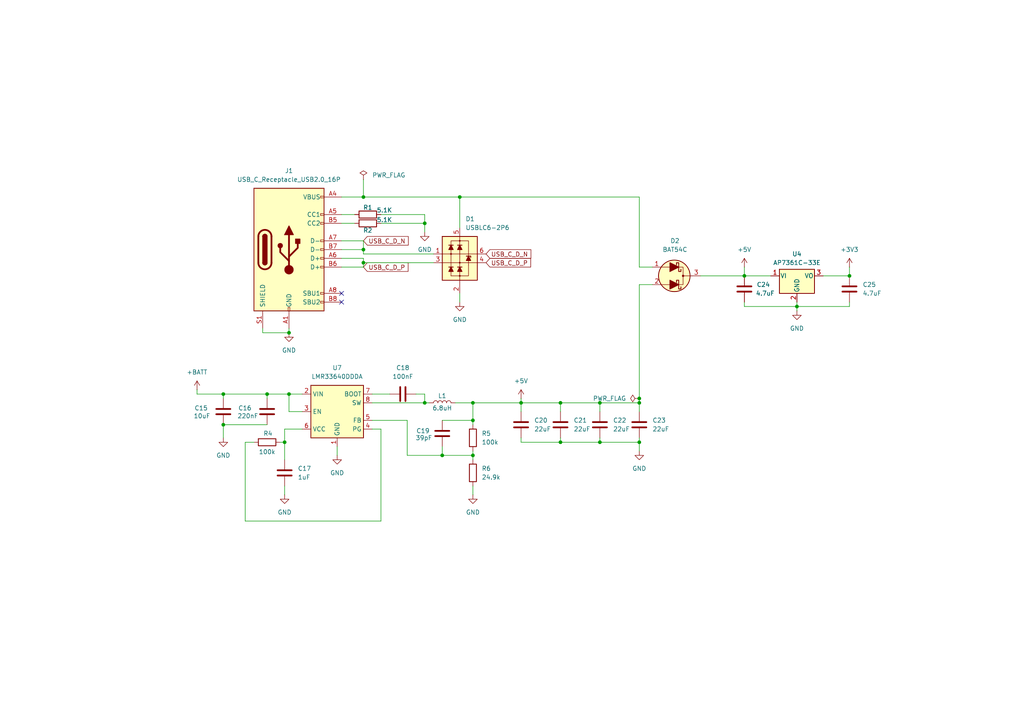
<source format=kicad_sch>
(kicad_sch
	(version 20250114)
	(generator "eeschema")
	(generator_version "9.0")
	(uuid "9df1f58a-86d1-445a-a4e0-04e46eb74542")
	(paper "A4")
	(lib_symbols
		(symbol "Connector:USB_C_Receptacle_USB2.0_16P"
			(pin_names
				(offset 1.016)
			)
			(exclude_from_sim no)
			(in_bom yes)
			(on_board yes)
			(property "Reference" "J"
				(at 0 22.225 0)
				(effects
					(font
						(size 1.27 1.27)
					)
				)
			)
			(property "Value" "USB_C_Receptacle_USB2.0_16P"
				(at 0 19.685 0)
				(effects
					(font
						(size 1.27 1.27)
					)
				)
			)
			(property "Footprint" ""
				(at 3.81 0 0)
				(effects
					(font
						(size 1.27 1.27)
					)
					(hide yes)
				)
			)
			(property "Datasheet" "https://www.usb.org/sites/default/files/documents/usb_type-c.zip"
				(at 3.81 0 0)
				(effects
					(font
						(size 1.27 1.27)
					)
					(hide yes)
				)
			)
			(property "Description" "USB 2.0-only 16P Type-C Receptacle connector"
				(at 0 0 0)
				(effects
					(font
						(size 1.27 1.27)
					)
					(hide yes)
				)
			)
			(property "ki_keywords" "usb universal serial bus type-C USB2.0"
				(at 0 0 0)
				(effects
					(font
						(size 1.27 1.27)
					)
					(hide yes)
				)
			)
			(property "ki_fp_filters" "USB*C*Receptacle*"
				(at 0 0 0)
				(effects
					(font
						(size 1.27 1.27)
					)
					(hide yes)
				)
			)
			(symbol "USB_C_Receptacle_USB2.0_16P_0_0"
				(rectangle
					(start -0.254 -17.78)
					(end 0.254 -16.764)
					(stroke
						(width 0)
						(type default)
					)
					(fill
						(type none)
					)
				)
				(rectangle
					(start 10.16 15.494)
					(end 9.144 14.986)
					(stroke
						(width 0)
						(type default)
					)
					(fill
						(type none)
					)
				)
				(rectangle
					(start 10.16 10.414)
					(end 9.144 9.906)
					(stroke
						(width 0)
						(type default)
					)
					(fill
						(type none)
					)
				)
				(rectangle
					(start 10.16 7.874)
					(end 9.144 7.366)
					(stroke
						(width 0)
						(type default)
					)
					(fill
						(type none)
					)
				)
				(rectangle
					(start 10.16 2.794)
					(end 9.144 2.286)
					(stroke
						(width 0)
						(type default)
					)
					(fill
						(type none)
					)
				)
				(rectangle
					(start 10.16 0.254)
					(end 9.144 -0.254)
					(stroke
						(width 0)
						(type default)
					)
					(fill
						(type none)
					)
				)
				(rectangle
					(start 10.16 -2.286)
					(end 9.144 -2.794)
					(stroke
						(width 0)
						(type default)
					)
					(fill
						(type none)
					)
				)
				(rectangle
					(start 10.16 -4.826)
					(end 9.144 -5.334)
					(stroke
						(width 0)
						(type default)
					)
					(fill
						(type none)
					)
				)
				(rectangle
					(start 10.16 -12.446)
					(end 9.144 -12.954)
					(stroke
						(width 0)
						(type default)
					)
					(fill
						(type none)
					)
				)
				(rectangle
					(start 10.16 -14.986)
					(end 9.144 -15.494)
					(stroke
						(width 0)
						(type default)
					)
					(fill
						(type none)
					)
				)
			)
			(symbol "USB_C_Receptacle_USB2.0_16P_0_1"
				(rectangle
					(start -10.16 17.78)
					(end 10.16 -17.78)
					(stroke
						(width 0.254)
						(type default)
					)
					(fill
						(type background)
					)
				)
				(polyline
					(pts
						(xy -8.89 -3.81) (xy -8.89 3.81)
					)
					(stroke
						(width 0.508)
						(type default)
					)
					(fill
						(type none)
					)
				)
				(rectangle
					(start -7.62 -3.81)
					(end -6.35 3.81)
					(stroke
						(width 0.254)
						(type default)
					)
					(fill
						(type outline)
					)
				)
				(arc
					(start -7.62 3.81)
					(mid -6.985 4.4423)
					(end -6.35 3.81)
					(stroke
						(width 0.254)
						(type default)
					)
					(fill
						(type none)
					)
				)
				(arc
					(start -7.62 3.81)
					(mid -6.985 4.4423)
					(end -6.35 3.81)
					(stroke
						(width 0.254)
						(type default)
					)
					(fill
						(type outline)
					)
				)
				(arc
					(start -8.89 3.81)
					(mid -6.985 5.7067)
					(end -5.08 3.81)
					(stroke
						(width 0.508)
						(type default)
					)
					(fill
						(type none)
					)
				)
				(arc
					(start -5.08 -3.81)
					(mid -6.985 -5.7067)
					(end -8.89 -3.81)
					(stroke
						(width 0.508)
						(type default)
					)
					(fill
						(type none)
					)
				)
				(arc
					(start -6.35 -3.81)
					(mid -6.985 -4.4423)
					(end -7.62 -3.81)
					(stroke
						(width 0.254)
						(type default)
					)
					(fill
						(type none)
					)
				)
				(arc
					(start -6.35 -3.81)
					(mid -6.985 -4.4423)
					(end -7.62 -3.81)
					(stroke
						(width 0.254)
						(type default)
					)
					(fill
						(type outline)
					)
				)
				(polyline
					(pts
						(xy -5.08 3.81) (xy -5.08 -3.81)
					)
					(stroke
						(width 0.508)
						(type default)
					)
					(fill
						(type none)
					)
				)
				(circle
					(center -2.54 1.143)
					(radius 0.635)
					(stroke
						(width 0.254)
						(type default)
					)
					(fill
						(type outline)
					)
				)
				(polyline
					(pts
						(xy -1.27 4.318) (xy 0 6.858) (xy 1.27 4.318) (xy -1.27 4.318)
					)
					(stroke
						(width 0.254)
						(type default)
					)
					(fill
						(type outline)
					)
				)
				(polyline
					(pts
						(xy 0 -2.032) (xy 2.54 0.508) (xy 2.54 1.778)
					)
					(stroke
						(width 0.508)
						(type default)
					)
					(fill
						(type none)
					)
				)
				(polyline
					(pts
						(xy 0 -3.302) (xy -2.54 -0.762) (xy -2.54 0.508)
					)
					(stroke
						(width 0.508)
						(type default)
					)
					(fill
						(type none)
					)
				)
				(polyline
					(pts
						(xy 0 -5.842) (xy 0 4.318)
					)
					(stroke
						(width 0.508)
						(type default)
					)
					(fill
						(type none)
					)
				)
				(circle
					(center 0 -5.842)
					(radius 1.27)
					(stroke
						(width 0)
						(type default)
					)
					(fill
						(type outline)
					)
				)
				(rectangle
					(start 1.905 1.778)
					(end 3.175 3.048)
					(stroke
						(width 0.254)
						(type default)
					)
					(fill
						(type outline)
					)
				)
			)
			(symbol "USB_C_Receptacle_USB2.0_16P_1_1"
				(pin passive line
					(at -7.62 -22.86 90)
					(length 5.08)
					(name "SHIELD"
						(effects
							(font
								(size 1.27 1.27)
							)
						)
					)
					(number "S1"
						(effects
							(font
								(size 1.27 1.27)
							)
						)
					)
				)
				(pin passive line
					(at 0 -22.86 90)
					(length 5.08)
					(name "GND"
						(effects
							(font
								(size 1.27 1.27)
							)
						)
					)
					(number "A1"
						(effects
							(font
								(size 1.27 1.27)
							)
						)
					)
				)
				(pin passive line
					(at 0 -22.86 90)
					(length 5.08)
					(hide yes)
					(name "GND"
						(effects
							(font
								(size 1.27 1.27)
							)
						)
					)
					(number "A12"
						(effects
							(font
								(size 1.27 1.27)
							)
						)
					)
				)
				(pin passive line
					(at 0 -22.86 90)
					(length 5.08)
					(hide yes)
					(name "GND"
						(effects
							(font
								(size 1.27 1.27)
							)
						)
					)
					(number "B1"
						(effects
							(font
								(size 1.27 1.27)
							)
						)
					)
				)
				(pin passive line
					(at 0 -22.86 90)
					(length 5.08)
					(hide yes)
					(name "GND"
						(effects
							(font
								(size 1.27 1.27)
							)
						)
					)
					(number "B12"
						(effects
							(font
								(size 1.27 1.27)
							)
						)
					)
				)
				(pin passive line
					(at 15.24 15.24 180)
					(length 5.08)
					(name "VBUS"
						(effects
							(font
								(size 1.27 1.27)
							)
						)
					)
					(number "A4"
						(effects
							(font
								(size 1.27 1.27)
							)
						)
					)
				)
				(pin passive line
					(at 15.24 15.24 180)
					(length 5.08)
					(hide yes)
					(name "VBUS"
						(effects
							(font
								(size 1.27 1.27)
							)
						)
					)
					(number "A9"
						(effects
							(font
								(size 1.27 1.27)
							)
						)
					)
				)
				(pin passive line
					(at 15.24 15.24 180)
					(length 5.08)
					(hide yes)
					(name "VBUS"
						(effects
							(font
								(size 1.27 1.27)
							)
						)
					)
					(number "B4"
						(effects
							(font
								(size 1.27 1.27)
							)
						)
					)
				)
				(pin passive line
					(at 15.24 15.24 180)
					(length 5.08)
					(hide yes)
					(name "VBUS"
						(effects
							(font
								(size 1.27 1.27)
							)
						)
					)
					(number "B9"
						(effects
							(font
								(size 1.27 1.27)
							)
						)
					)
				)
				(pin bidirectional line
					(at 15.24 10.16 180)
					(length 5.08)
					(name "CC1"
						(effects
							(font
								(size 1.27 1.27)
							)
						)
					)
					(number "A5"
						(effects
							(font
								(size 1.27 1.27)
							)
						)
					)
				)
				(pin bidirectional line
					(at 15.24 7.62 180)
					(length 5.08)
					(name "CC2"
						(effects
							(font
								(size 1.27 1.27)
							)
						)
					)
					(number "B5"
						(effects
							(font
								(size 1.27 1.27)
							)
						)
					)
				)
				(pin bidirectional line
					(at 15.24 2.54 180)
					(length 5.08)
					(name "D-"
						(effects
							(font
								(size 1.27 1.27)
							)
						)
					)
					(number "A7"
						(effects
							(font
								(size 1.27 1.27)
							)
						)
					)
				)
				(pin bidirectional line
					(at 15.24 0 180)
					(length 5.08)
					(name "D-"
						(effects
							(font
								(size 1.27 1.27)
							)
						)
					)
					(number "B7"
						(effects
							(font
								(size 1.27 1.27)
							)
						)
					)
				)
				(pin bidirectional line
					(at 15.24 -2.54 180)
					(length 5.08)
					(name "D+"
						(effects
							(font
								(size 1.27 1.27)
							)
						)
					)
					(number "A6"
						(effects
							(font
								(size 1.27 1.27)
							)
						)
					)
				)
				(pin bidirectional line
					(at 15.24 -5.08 180)
					(length 5.08)
					(name "D+"
						(effects
							(font
								(size 1.27 1.27)
							)
						)
					)
					(number "B6"
						(effects
							(font
								(size 1.27 1.27)
							)
						)
					)
				)
				(pin bidirectional line
					(at 15.24 -12.7 180)
					(length 5.08)
					(name "SBU1"
						(effects
							(font
								(size 1.27 1.27)
							)
						)
					)
					(number "A8"
						(effects
							(font
								(size 1.27 1.27)
							)
						)
					)
				)
				(pin bidirectional line
					(at 15.24 -15.24 180)
					(length 5.08)
					(name "SBU2"
						(effects
							(font
								(size 1.27 1.27)
							)
						)
					)
					(number "B8"
						(effects
							(font
								(size 1.27 1.27)
							)
						)
					)
				)
			)
			(embedded_fonts no)
		)
		(symbol "Device:L"
			(pin_numbers
				(hide yes)
			)
			(pin_names
				(offset 1.016)
				(hide yes)
			)
			(exclude_from_sim no)
			(in_bom yes)
			(on_board yes)
			(property "Reference" "L"
				(at -1.27 0 90)
				(effects
					(font
						(size 1.27 1.27)
					)
				)
			)
			(property "Value" "L"
				(at 1.905 0 90)
				(effects
					(font
						(size 1.27 1.27)
					)
				)
			)
			(property "Footprint" ""
				(at 0 0 0)
				(effects
					(font
						(size 1.27 1.27)
					)
					(hide yes)
				)
			)
			(property "Datasheet" "~"
				(at 0 0 0)
				(effects
					(font
						(size 1.27 1.27)
					)
					(hide yes)
				)
			)
			(property "Description" "Inductor"
				(at 0 0 0)
				(effects
					(font
						(size 1.27 1.27)
					)
					(hide yes)
				)
			)
			(property "ki_keywords" "inductor choke coil reactor magnetic"
				(at 0 0 0)
				(effects
					(font
						(size 1.27 1.27)
					)
					(hide yes)
				)
			)
			(property "ki_fp_filters" "Choke_* *Coil* Inductor_* L_*"
				(at 0 0 0)
				(effects
					(font
						(size 1.27 1.27)
					)
					(hide yes)
				)
			)
			(symbol "L_0_1"
				(arc
					(start 0 2.54)
					(mid 0.6323 1.905)
					(end 0 1.27)
					(stroke
						(width 0)
						(type default)
					)
					(fill
						(type none)
					)
				)
				(arc
					(start 0 1.27)
					(mid 0.6323 0.635)
					(end 0 0)
					(stroke
						(width 0)
						(type default)
					)
					(fill
						(type none)
					)
				)
				(arc
					(start 0 0)
					(mid 0.6323 -0.635)
					(end 0 -1.27)
					(stroke
						(width 0)
						(type default)
					)
					(fill
						(type none)
					)
				)
				(arc
					(start 0 -1.27)
					(mid 0.6323 -1.905)
					(end 0 -2.54)
					(stroke
						(width 0)
						(type default)
					)
					(fill
						(type none)
					)
				)
			)
			(symbol "L_1_1"
				(pin passive line
					(at 0 3.81 270)
					(length 1.27)
					(name "1"
						(effects
							(font
								(size 1.27 1.27)
							)
						)
					)
					(number "1"
						(effects
							(font
								(size 1.27 1.27)
							)
						)
					)
				)
				(pin passive line
					(at 0 -3.81 90)
					(length 1.27)
					(name "2"
						(effects
							(font
								(size 1.27 1.27)
							)
						)
					)
					(number "2"
						(effects
							(font
								(size 1.27 1.27)
							)
						)
					)
				)
			)
			(embedded_fonts no)
		)
		(symbol "Device:R"
			(pin_numbers
				(hide yes)
			)
			(pin_names
				(offset 0)
			)
			(exclude_from_sim no)
			(in_bom yes)
			(on_board yes)
			(property "Reference" "R"
				(at 2.032 0 90)
				(effects
					(font
						(size 1.27 1.27)
					)
				)
			)
			(property "Value" "R"
				(at 0 0 90)
				(effects
					(font
						(size 1.27 1.27)
					)
				)
			)
			(property "Footprint" ""
				(at -1.778 0 90)
				(effects
					(font
						(size 1.27 1.27)
					)
					(hide yes)
				)
			)
			(property "Datasheet" "~"
				(at 0 0 0)
				(effects
					(font
						(size 1.27 1.27)
					)
					(hide yes)
				)
			)
			(property "Description" "Resistor"
				(at 0 0 0)
				(effects
					(font
						(size 1.27 1.27)
					)
					(hide yes)
				)
			)
			(property "ki_keywords" "R res resistor"
				(at 0 0 0)
				(effects
					(font
						(size 1.27 1.27)
					)
					(hide yes)
				)
			)
			(property "ki_fp_filters" "R_*"
				(at 0 0 0)
				(effects
					(font
						(size 1.27 1.27)
					)
					(hide yes)
				)
			)
			(symbol "R_0_1"
				(rectangle
					(start -1.016 -2.54)
					(end 1.016 2.54)
					(stroke
						(width 0.254)
						(type default)
					)
					(fill
						(type none)
					)
				)
			)
			(symbol "R_1_1"
				(pin passive line
					(at 0 3.81 270)
					(length 1.27)
					(name "~"
						(effects
							(font
								(size 1.27 1.27)
							)
						)
					)
					(number "1"
						(effects
							(font
								(size 1.27 1.27)
							)
						)
					)
				)
				(pin passive line
					(at 0 -3.81 90)
					(length 1.27)
					(name "~"
						(effects
							(font
								(size 1.27 1.27)
							)
						)
					)
					(number "2"
						(effects
							(font
								(size 1.27 1.27)
							)
						)
					)
				)
			)
			(embedded_fonts no)
		)
		(symbol "PCM_Capacitor_AKL:C_0402"
			(pin_numbers
				(hide yes)
			)
			(pin_names
				(offset 0.254)
			)
			(exclude_from_sim no)
			(in_bom yes)
			(on_board yes)
			(property "Reference" "C"
				(at 0.635 2.54 0)
				(effects
					(font
						(size 1.27 1.27)
					)
					(justify left)
				)
			)
			(property "Value" "C_0402"
				(at 0.635 -2.54 0)
				(effects
					(font
						(size 1.27 1.27)
					)
					(justify left)
				)
			)
			(property "Footprint" "Capacitor_SMD_AKL:C_0402_1005Metric"
				(at 0.9652 -3.81 0)
				(effects
					(font
						(size 1.27 1.27)
					)
					(hide yes)
				)
			)
			(property "Datasheet" "~"
				(at 0 0 0)
				(effects
					(font
						(size 1.27 1.27)
					)
					(hide yes)
				)
			)
			(property "Description" "SMD 0402 MLCC capacitor, Alternate KiCad Library"
				(at 0 0 0)
				(effects
					(font
						(size 1.27 1.27)
					)
					(hide yes)
				)
			)
			(property "ki_keywords" "cap capacitor ceramic chip mlcc smd 0402"
				(at 0 0 0)
				(effects
					(font
						(size 1.27 1.27)
					)
					(hide yes)
				)
			)
			(property "ki_fp_filters" "C_*"
				(at 0 0 0)
				(effects
					(font
						(size 1.27 1.27)
					)
					(hide yes)
				)
			)
			(symbol "C_0402_0_1"
				(polyline
					(pts
						(xy -2.032 0.762) (xy 2.032 0.762)
					)
					(stroke
						(width 0.508)
						(type default)
					)
					(fill
						(type none)
					)
				)
				(polyline
					(pts
						(xy -2.032 -0.762) (xy 2.032 -0.762)
					)
					(stroke
						(width 0.508)
						(type default)
					)
					(fill
						(type none)
					)
				)
			)
			(symbol "C_0402_1_1"
				(pin passive line
					(at 0 3.81 270)
					(length 2.794)
					(name "~"
						(effects
							(font
								(size 1.27 1.27)
							)
						)
					)
					(number "1"
						(effects
							(font
								(size 1.27 1.27)
							)
						)
					)
				)
				(pin passive line
					(at 0 -3.81 90)
					(length 2.794)
					(name "~"
						(effects
							(font
								(size 1.27 1.27)
							)
						)
					)
					(number "2"
						(effects
							(font
								(size 1.27 1.27)
							)
						)
					)
				)
			)
			(embedded_fonts no)
		)
		(symbol "PCM_Diode_Schottky_AKL:BAT54C"
			(pin_names
				(offset 1.016)
				(hide yes)
			)
			(exclude_from_sim no)
			(in_bom yes)
			(on_board yes)
			(property "Reference" "D"
				(at 0 8.89 0)
				(effects
					(font
						(size 1.27 1.27)
					)
				)
			)
			(property "Value" "BAT54C"
				(at 0 6.35 0)
				(effects
					(font
						(size 1.27 1.27)
					)
				)
			)
			(property "Footprint" "Package_TO_SOT_SMD_AKL:SOT-23"
				(at 0 8.89 0)
				(effects
					(font
						(size 1.27 1.27)
					)
					(hide yes)
				)
			)
			(property "Datasheet" "https://www.tme.eu/Document/2c1c71bcfe5aad5e582fdc49c2dc275f/BAT54.215.pdf"
				(at 0 8.89 0)
				(effects
					(font
						(size 1.27 1.27)
					)
					(hide yes)
				)
			)
			(property "Description" "SOT-23 Dual schottky diode, common cathode, 30V, 200mA, Alternate KiCAD Library"
				(at 0 0 0)
				(effects
					(font
						(size 1.27 1.27)
					)
					(hide yes)
				)
			)
			(property "ki_keywords" "dual schottky diode commoncathode BAT54C"
				(at 0 0 0)
				(effects
					(font
						(size 1.27 1.27)
					)
					(hide yes)
				)
			)
			(symbol "BAT54C_0_1"
				(polyline
					(pts
						(xy -1.27 2.54) (xy -3.81 2.54)
					)
					(stroke
						(width 0)
						(type default)
					)
					(fill
						(type none)
					)
				)
				(polyline
					(pts
						(xy -1.27 -2.54) (xy -3.81 -2.54)
					)
					(stroke
						(width 0)
						(type default)
					)
					(fill
						(type none)
					)
				)
				(circle
					(center 0 0)
					(radius 4.572)
					(stroke
						(width 0.254)
						(type default)
					)
					(fill
						(type background)
					)
				)
				(polyline
					(pts
						(xy 1.27 -2.54) (xy 2.54 -2.54) (xy 2.54 2.54) (xy 1.27 2.54)
					)
					(stroke
						(width 0)
						(type default)
					)
					(fill
						(type none)
					)
				)
				(circle
					(center 2.54 0)
					(radius 0.254)
					(stroke
						(width 0)
						(type default)
					)
					(fill
						(type outline)
					)
				)
				(polyline
					(pts
						(xy 5.08 0) (xy 2.54 0)
					)
					(stroke
						(width 0)
						(type default)
					)
					(fill
						(type none)
					)
				)
			)
			(symbol "BAT54C_1_1"
				(polyline
					(pts
						(xy -1.27 2.54) (xy 1.27 2.54)
					)
					(stroke
						(width 0)
						(type default)
					)
					(fill
						(type none)
					)
				)
				(polyline
					(pts
						(xy -1.27 1.27) (xy -1.27 3.81) (xy 1.27 2.54) (xy -1.27 1.27)
					)
					(stroke
						(width 0.254)
						(type default)
					)
					(fill
						(type outline)
					)
				)
				(polyline
					(pts
						(xy -1.27 -2.54) (xy 1.27 -2.54)
					)
					(stroke
						(width 0)
						(type default)
					)
					(fill
						(type none)
					)
				)
				(polyline
					(pts
						(xy -1.27 -3.81) (xy -1.27 -1.27) (xy 1.27 -2.54) (xy -1.27 -3.81)
					)
					(stroke
						(width 0.254)
						(type default)
					)
					(fill
						(type outline)
					)
				)
				(polyline
					(pts
						(xy 1.905 1.905) (xy 1.905 1.27) (xy 1.27 1.27) (xy 1.27 3.81) (xy 0.635 3.81) (xy 0.635 3.175)
					)
					(stroke
						(width 0.254)
						(type default)
					)
					(fill
						(type none)
					)
				)
				(polyline
					(pts
						(xy 1.905 -3.175) (xy 1.905 -3.81) (xy 1.27 -3.81) (xy 1.27 -1.27) (xy 0.635 -1.27) (xy 0.635 -1.905)
					)
					(stroke
						(width 0.254)
						(type default)
					)
					(fill
						(type none)
					)
				)
				(pin passive line
					(at -6.35 2.54 0)
					(length 2.54)
					(name "A2"
						(effects
							(font
								(size 1.27 1.27)
							)
						)
					)
					(number "1"
						(effects
							(font
								(size 1.27 1.27)
							)
						)
					)
				)
				(pin passive line
					(at -6.35 -2.54 0)
					(length 2.54)
					(name "A1"
						(effects
							(font
								(size 1.27 1.27)
							)
						)
					)
					(number "2"
						(effects
							(font
								(size 1.27 1.27)
							)
						)
					)
				)
				(pin passive line
					(at 7.62 0 180)
					(length 2.54)
					(name "K"
						(effects
							(font
								(size 1.27 1.27)
							)
						)
					)
					(number "3"
						(effects
							(font
								(size 1.27 1.27)
							)
						)
					)
				)
			)
			(embedded_fonts no)
		)
		(symbol "PCM_Diode_TVS_AKL:USBLC6-2P6"
			(pin_names
				(offset 1.016)
				(hide yes)
			)
			(exclude_from_sim no)
			(in_bom yes)
			(on_board yes)
			(property "Reference" "D"
				(at 6.35 6.35 0)
				(effects
					(font
						(size 1.27 1.27)
					)
					(justify left)
				)
			)
			(property "Value" "USBLC6-2P6"
				(at 6.35 3.81 0)
				(effects
					(font
						(size 1.27 1.27)
					)
					(justify left)
				)
			)
			(property "Footprint" "Package_TO_SOT_SMD_AKL:SOT-666"
				(at 0 0 0)
				(effects
					(font
						(size 1.27 1.27)
					)
					(hide yes)
				)
			)
			(property "Datasheet" "https://www.tme.eu/Document/db59d28d28a96c34f26d05f234ff409c/USBLC6-2.pdf"
				(at 0 0 0)
				(effects
					(font
						(size 1.27 1.27)
					)
					(hide yes)
				)
			)
			(property "Description" "SOT-666 TVS Diode Array, 2 protected lines, positive connection, 5.25V, Alternate KiCAD Library"
				(at 0 0 0)
				(effects
					(font
						(size 1.27 1.27)
					)
					(hide yes)
				)
			)
			(property "ki_keywords" "diode TVS array USBLC6-2"
				(at 0 0 0)
				(effects
					(font
						(size 1.27 1.27)
					)
					(hide yes)
				)
			)
			(property "ki_fp_filters" "TO-???* *_Diode_* *SingleDiode* D_*"
				(at 0 0 0)
				(effects
					(font
						(size 1.27 1.27)
					)
					(hide yes)
				)
			)
			(symbol "USBLC6-2P6_0_1"
				(rectangle
					(start -5.08 5.08)
					(end 5.08 -7.62)
					(stroke
						(width 0.254)
						(type default)
					)
					(fill
						(type background)
					)
				)
				(polyline
					(pts
						(xy -5.08 0) (xy 5.08 0)
					)
					(stroke
						(width 0)
						(type default)
					)
					(fill
						(type none)
					)
				)
				(polyline
					(pts
						(xy -5.08 -2.54) (xy 5.08 -2.54)
					)
					(stroke
						(width 0)
						(type default)
					)
					(fill
						(type none)
					)
				)
				(polyline
					(pts
						(xy -2.54 2.54) (xy -1.905 1.27) (xy -3.175 1.27) (xy -2.54 2.54)
					)
					(stroke
						(width 0.254)
						(type default)
					)
					(fill
						(type outline)
					)
				)
				(polyline
					(pts
						(xy -2.54 -3.81) (xy -1.905 -5.08) (xy -3.175 -5.08) (xy -2.54 -3.81)
					)
					(stroke
						(width 0.254)
						(type default)
					)
					(fill
						(type outline)
					)
				)
				(polyline
					(pts
						(xy -2.54 -6.35) (xy -2.54 1.27)
					)
					(stroke
						(width 0)
						(type default)
					)
					(fill
						(type none)
					)
				)
				(polyline
					(pts
						(xy -2.54 -6.35) (xy -2.54 -6.35) (xy 2.54 -6.35) (xy 2.54 -3.175)
					)
					(stroke
						(width 0)
						(type default)
					)
					(fill
						(type none)
					)
				)
				(polyline
					(pts
						(xy -1.905 2.54) (xy -3.175 2.54)
					)
					(stroke
						(width 0.254)
						(type default)
					)
					(fill
						(type none)
					)
				)
				(polyline
					(pts
						(xy -1.905 -3.81) (xy -3.175 -3.81)
					)
					(stroke
						(width 0.254)
						(type default)
					)
					(fill
						(type none)
					)
				)
				(polyline
					(pts
						(xy 0 5.08) (xy 0 3.81)
					)
					(stroke
						(width 0)
						(type default)
					)
					(fill
						(type none)
					)
				)
				(polyline
					(pts
						(xy 0 2.54) (xy 0 3.81)
					)
					(stroke
						(width 0)
						(type default)
					)
					(fill
						(type none)
					)
				)
				(polyline
					(pts
						(xy 0 2.54) (xy 0.635 1.27) (xy -0.635 1.27) (xy 0 2.54)
					)
					(stroke
						(width 0.254)
						(type default)
					)
					(fill
						(type outline)
					)
				)
				(polyline
					(pts
						(xy 0 1.27) (xy 0 -3.81)
					)
					(stroke
						(width 0)
						(type default)
					)
					(fill
						(type none)
					)
				)
				(polyline
					(pts
						(xy 0 -1.27) (xy 0 1.27)
					)
					(stroke
						(width 0)
						(type default)
					)
					(fill
						(type none)
					)
				)
				(polyline
					(pts
						(xy 0 -3.81) (xy 0.635 -5.08) (xy -0.635 -5.08) (xy 0 -3.81)
					)
					(stroke
						(width 0.254)
						(type default)
					)
					(fill
						(type outline)
					)
				)
				(polyline
					(pts
						(xy 0 -7.62) (xy 0 -6.35)
					)
					(stroke
						(width 0)
						(type default)
					)
					(fill
						(type none)
					)
				)
				(polyline
					(pts
						(xy 0 -8.89) (xy 0 -7.62)
					)
					(stroke
						(width 0)
						(type default)
					)
					(fill
						(type none)
					)
				)
				(polyline
					(pts
						(xy 0.635 2.54) (xy -0.635 2.54)
					)
					(stroke
						(width 0.254)
						(type default)
					)
					(fill
						(type none)
					)
				)
				(polyline
					(pts
						(xy 0.635 -3.81) (xy -0.635 -3.81)
					)
					(stroke
						(width 0.254)
						(type default)
					)
					(fill
						(type none)
					)
				)
				(polyline
					(pts
						(xy 2.54 -0.635) (xy 2.54 3.81) (xy -2.54 3.81) (xy -2.54 2.54)
					)
					(stroke
						(width 0)
						(type default)
					)
					(fill
						(type none)
					)
				)
				(polyline
					(pts
						(xy 2.54 -0.635) (xy 3.175 -1.905) (xy 1.905 -1.905) (xy 2.54 -0.635)
					)
					(stroke
						(width 0.254)
						(type default)
					)
					(fill
						(type outline)
					)
				)
				(polyline
					(pts
						(xy 3.175 -0.635) (xy 1.905 -0.635)
					)
					(stroke
						(width 0.254)
						(type default)
					)
					(fill
						(type none)
					)
				)
			)
			(symbol "USBLC6-2P6_1_1"
				(circle
					(center -2.54 0)
					(radius 0.1778)
					(stroke
						(width 0)
						(type default)
					)
					(fill
						(type outline)
					)
				)
				(circle
					(center 0 3.81)
					(radius 0.1778)
					(stroke
						(width 0)
						(type default)
					)
					(fill
						(type outline)
					)
				)
				(polyline
					(pts
						(xy 0 0) (xy 0 2.54)
					)
					(stroke
						(width 0)
						(type default)
					)
					(fill
						(type none)
					)
				)
				(circle
					(center 0 -2.54)
					(radius 0.1778)
					(stroke
						(width 0)
						(type default)
					)
					(fill
						(type outline)
					)
				)
				(polyline
					(pts
						(xy 0 -6.35) (xy 0 -3.81)
					)
					(stroke
						(width 0)
						(type default)
					)
					(fill
						(type none)
					)
				)
				(circle
					(center 0 -6.35)
					(radius 0.1778)
					(stroke
						(width 0)
						(type default)
					)
					(fill
						(type outline)
					)
				)
				(polyline
					(pts
						(xy 2.54 -3.175) (xy 2.54 -0.635)
					)
					(stroke
						(width 0)
						(type default)
					)
					(fill
						(type none)
					)
				)
				(polyline
					(pts
						(xy 3.175 -0.635) (xy 3.175 -1.016)
					)
					(stroke
						(width 0.254)
						(type default)
					)
					(fill
						(type none)
					)
				)
				(pin passive line
					(at -7.62 0 0)
					(length 2.54)
					(name "L1"
						(effects
							(font
								(size 1.27 1.27)
							)
						)
					)
					(number "1"
						(effects
							(font
								(size 1.27 1.27)
							)
						)
					)
				)
				(pin passive line
					(at -7.62 -2.54 0)
					(length 2.54)
					(name "L2"
						(effects
							(font
								(size 1.27 1.27)
							)
						)
					)
					(number "3"
						(effects
							(font
								(size 1.27 1.27)
							)
						)
					)
				)
				(pin passive line
					(at 0 7.62 270)
					(length 2.54)
					(name "VP"
						(effects
							(font
								(size 1.27 1.27)
							)
						)
					)
					(number "5"
						(effects
							(font
								(size 1.27 1.27)
							)
						)
					)
				)
				(pin passive line
					(at 0 -11.43 90)
					(length 2.54)
					(name "VN"
						(effects
							(font
								(size 1.27 1.27)
							)
						)
					)
					(number "2"
						(effects
							(font
								(size 1.27 1.27)
							)
						)
					)
				)
				(pin passive line
					(at 7.62 0 180)
					(length 2.54)
					(name "L1"
						(effects
							(font
								(size 1.27 1.27)
							)
						)
					)
					(number "6"
						(effects
							(font
								(size 1.27 1.27)
							)
						)
					)
				)
				(pin passive line
					(at 7.62 -2.54 180)
					(length 2.54)
					(name "L2"
						(effects
							(font
								(size 1.27 1.27)
							)
						)
					)
					(number "4"
						(effects
							(font
								(size 1.27 1.27)
							)
						)
					)
				)
			)
			(embedded_fonts no)
		)
		(symbol "Regulator_Linear:AP7361C-33E"
			(pin_names
				(offset 0.254)
			)
			(exclude_from_sim no)
			(in_bom yes)
			(on_board yes)
			(property "Reference" "U"
				(at -3.81 3.175 0)
				(effects
					(font
						(size 1.27 1.27)
					)
				)
			)
			(property "Value" "AP7361C-33E"
				(at 0 3.175 0)
				(effects
					(font
						(size 1.27 1.27)
					)
					(justify left)
				)
			)
			(property "Footprint" "Package_TO_SOT_SMD:SOT-223-3_TabPin2"
				(at 0 5.715 0)
				(effects
					(font
						(size 1.27 1.27)
						(italic yes)
					)
					(hide yes)
				)
			)
			(property "Datasheet" "https://www.diodes.com/assets/Datasheets/AP7361C.pdf"
				(at 0 -1.27 0)
				(effects
					(font
						(size 1.27 1.27)
					)
					(hide yes)
				)
			)
			(property "Description" "1A Low Dropout regulator, positive, 3.3V fixed output, SOT-223"
				(at 0 0 0)
				(effects
					(font
						(size 1.27 1.27)
					)
					(hide yes)
				)
			)
			(property "ki_keywords" "linear regulator ldo fixed positive"
				(at 0 0 0)
				(effects
					(font
						(size 1.27 1.27)
					)
					(hide yes)
				)
			)
			(property "ki_fp_filters" "SOT?223*"
				(at 0 0 0)
				(effects
					(font
						(size 1.27 1.27)
					)
					(hide yes)
				)
			)
			(symbol "AP7361C-33E_0_1"
				(rectangle
					(start -5.08 -5.08)
					(end 5.08 1.905)
					(stroke
						(width 0.254)
						(type default)
					)
					(fill
						(type background)
					)
				)
			)
			(symbol "AP7361C-33E_1_1"
				(pin power_in line
					(at -7.62 0 0)
					(length 2.54)
					(name "VI"
						(effects
							(font
								(size 1.27 1.27)
							)
						)
					)
					(number "1"
						(effects
							(font
								(size 1.27 1.27)
							)
						)
					)
				)
				(pin power_in line
					(at 0 -7.62 90)
					(length 2.54)
					(name "GND"
						(effects
							(font
								(size 1.27 1.27)
							)
						)
					)
					(number "2"
						(effects
							(font
								(size 1.27 1.27)
							)
						)
					)
				)
				(pin power_out line
					(at 7.62 0 180)
					(length 2.54)
					(name "VO"
						(effects
							(font
								(size 1.27 1.27)
							)
						)
					)
					(number "3"
						(effects
							(font
								(size 1.27 1.27)
							)
						)
					)
				)
			)
			(embedded_fonts no)
		)
		(symbol "Regulator_Switching:LMR33640DDDA"
			(exclude_from_sim no)
			(in_bom yes)
			(on_board yes)
			(property "Reference" "U"
				(at 0 11.43 0)
				(effects
					(font
						(size 1.27 1.27)
					)
				)
			)
			(property "Value" "LMR33640DDDA"
				(at 0 8.89 0)
				(effects
					(font
						(size 1.27 1.27)
					)
				)
			)
			(property "Footprint" "Package_SO:Texas_HSOP-8-1EP_3.9x4.9mm_P1.27mm_ThermalVias"
				(at 0 -20.32 0)
				(effects
					(font
						(size 1.27 1.27)
					)
					(hide yes)
				)
			)
			(property "Datasheet" "http://www.ti.com/lit/ds/symlink/lmr33640.pdf"
				(at 0 -2.54 0)
				(effects
					(font
						(size 1.27 1.27)
					)
					(hide yes)
				)
			)
			(property "Description" "Simple Switcher Synchronous Buck Regulator, Vin=3.8-36V, Iout=4A, F=1000kHz, Adjustable output voltage, HSOP-8"
				(at 0 0 0)
				(effects
					(font
						(size 1.27 1.27)
					)
					(hide yes)
				)
			)
			(property "ki_keywords" "simple-switcher synchronous buck step-down voltage-regulator"
				(at 0 0 0)
				(effects
					(font
						(size 1.27 1.27)
					)
					(hide yes)
				)
			)
			(property "ki_fp_filters" "Texas*HSOP*1EP*"
				(at 0 0 0)
				(effects
					(font
						(size 1.27 1.27)
					)
					(hide yes)
				)
			)
			(symbol "LMR33640DDDA_0_1"
				(rectangle
					(start -7.62 7.62)
					(end 7.62 -7.62)
					(stroke
						(width 0.254)
						(type default)
					)
					(fill
						(type background)
					)
				)
			)
			(symbol "LMR33640DDDA_1_1"
				(pin power_in line
					(at -10.16 5.08 0)
					(length 2.54)
					(name "VIN"
						(effects
							(font
								(size 1.27 1.27)
							)
						)
					)
					(number "2"
						(effects
							(font
								(size 1.27 1.27)
							)
						)
					)
				)
				(pin input line
					(at -10.16 0 0)
					(length 2.54)
					(name "EN"
						(effects
							(font
								(size 1.27 1.27)
							)
						)
					)
					(number "3"
						(effects
							(font
								(size 1.27 1.27)
							)
						)
					)
				)
				(pin power_out line
					(at -10.16 -5.08 0)
					(length 2.54)
					(name "VCC"
						(effects
							(font
								(size 1.27 1.27)
							)
						)
					)
					(number "6"
						(effects
							(font
								(size 1.27 1.27)
							)
						)
					)
				)
				(pin power_in line
					(at 0 -10.16 90)
					(length 2.54)
					(name "GND"
						(effects
							(font
								(size 1.27 1.27)
							)
						)
					)
					(number "1"
						(effects
							(font
								(size 1.27 1.27)
							)
						)
					)
				)
				(pin passive line
					(at 0 -10.16 90)
					(length 2.54)
					(hide yes)
					(name "GND"
						(effects
							(font
								(size 1.27 1.27)
							)
						)
					)
					(number "9"
						(effects
							(font
								(size 1.27 1.27)
							)
						)
					)
				)
				(pin input line
					(at 10.16 5.08 180)
					(length 2.54)
					(name "BOOT"
						(effects
							(font
								(size 1.27 1.27)
							)
						)
					)
					(number "7"
						(effects
							(font
								(size 1.27 1.27)
							)
						)
					)
				)
				(pin output line
					(at 10.16 2.54 180)
					(length 2.54)
					(name "SW"
						(effects
							(font
								(size 1.27 1.27)
							)
						)
					)
					(number "8"
						(effects
							(font
								(size 1.27 1.27)
							)
						)
					)
				)
				(pin input line
					(at 10.16 -2.54 180)
					(length 2.54)
					(name "FB"
						(effects
							(font
								(size 1.27 1.27)
							)
						)
					)
					(number "5"
						(effects
							(font
								(size 1.27 1.27)
							)
						)
					)
				)
				(pin open_collector line
					(at 10.16 -5.08 180)
					(length 2.54)
					(name "PG"
						(effects
							(font
								(size 1.27 1.27)
							)
						)
					)
					(number "4"
						(effects
							(font
								(size 1.27 1.27)
							)
						)
					)
				)
			)
			(embedded_fonts no)
		)
		(symbol "power:+3V3"
			(power)
			(pin_numbers
				(hide yes)
			)
			(pin_names
				(offset 0)
				(hide yes)
			)
			(exclude_from_sim no)
			(in_bom yes)
			(on_board yes)
			(property "Reference" "#PWR"
				(at 0 -3.81 0)
				(effects
					(font
						(size 1.27 1.27)
					)
					(hide yes)
				)
			)
			(property "Value" "+3V3"
				(at 0 3.556 0)
				(effects
					(font
						(size 1.27 1.27)
					)
				)
			)
			(property "Footprint" ""
				(at 0 0 0)
				(effects
					(font
						(size 1.27 1.27)
					)
					(hide yes)
				)
			)
			(property "Datasheet" ""
				(at 0 0 0)
				(effects
					(font
						(size 1.27 1.27)
					)
					(hide yes)
				)
			)
			(property "Description" "Power symbol creates a global label with name \"+3V3\""
				(at 0 0 0)
				(effects
					(font
						(size 1.27 1.27)
					)
					(hide yes)
				)
			)
			(property "ki_keywords" "global power"
				(at 0 0 0)
				(effects
					(font
						(size 1.27 1.27)
					)
					(hide yes)
				)
			)
			(symbol "+3V3_0_1"
				(polyline
					(pts
						(xy -0.762 1.27) (xy 0 2.54)
					)
					(stroke
						(width 0)
						(type default)
					)
					(fill
						(type none)
					)
				)
				(polyline
					(pts
						(xy 0 2.54) (xy 0.762 1.27)
					)
					(stroke
						(width 0)
						(type default)
					)
					(fill
						(type none)
					)
				)
				(polyline
					(pts
						(xy 0 0) (xy 0 2.54)
					)
					(stroke
						(width 0)
						(type default)
					)
					(fill
						(type none)
					)
				)
			)
			(symbol "+3V3_1_1"
				(pin power_in line
					(at 0 0 90)
					(length 0)
					(name "~"
						(effects
							(font
								(size 1.27 1.27)
							)
						)
					)
					(number "1"
						(effects
							(font
								(size 1.27 1.27)
							)
						)
					)
				)
			)
			(embedded_fonts no)
		)
		(symbol "power:+5V"
			(power)
			(pin_numbers
				(hide yes)
			)
			(pin_names
				(offset 0)
				(hide yes)
			)
			(exclude_from_sim no)
			(in_bom yes)
			(on_board yes)
			(property "Reference" "#PWR"
				(at 0 -3.81 0)
				(effects
					(font
						(size 1.27 1.27)
					)
					(hide yes)
				)
			)
			(property "Value" "+5V"
				(at 0 3.556 0)
				(effects
					(font
						(size 1.27 1.27)
					)
				)
			)
			(property "Footprint" ""
				(at 0 0 0)
				(effects
					(font
						(size 1.27 1.27)
					)
					(hide yes)
				)
			)
			(property "Datasheet" ""
				(at 0 0 0)
				(effects
					(font
						(size 1.27 1.27)
					)
					(hide yes)
				)
			)
			(property "Description" "Power symbol creates a global label with name \"+5V\""
				(at 0 0 0)
				(effects
					(font
						(size 1.27 1.27)
					)
					(hide yes)
				)
			)
			(property "ki_keywords" "global power"
				(at 0 0 0)
				(effects
					(font
						(size 1.27 1.27)
					)
					(hide yes)
				)
			)
			(symbol "+5V_0_1"
				(polyline
					(pts
						(xy -0.762 1.27) (xy 0 2.54)
					)
					(stroke
						(width 0)
						(type default)
					)
					(fill
						(type none)
					)
				)
				(polyline
					(pts
						(xy 0 2.54) (xy 0.762 1.27)
					)
					(stroke
						(width 0)
						(type default)
					)
					(fill
						(type none)
					)
				)
				(polyline
					(pts
						(xy 0 0) (xy 0 2.54)
					)
					(stroke
						(width 0)
						(type default)
					)
					(fill
						(type none)
					)
				)
			)
			(symbol "+5V_1_1"
				(pin power_in line
					(at 0 0 90)
					(length 0)
					(name "~"
						(effects
							(font
								(size 1.27 1.27)
							)
						)
					)
					(number "1"
						(effects
							(font
								(size 1.27 1.27)
							)
						)
					)
				)
			)
			(embedded_fonts no)
		)
		(symbol "power:+BATT"
			(power)
			(pin_numbers
				(hide yes)
			)
			(pin_names
				(offset 0)
				(hide yes)
			)
			(exclude_from_sim no)
			(in_bom yes)
			(on_board yes)
			(property "Reference" "#PWR"
				(at 0 -3.81 0)
				(effects
					(font
						(size 1.27 1.27)
					)
					(hide yes)
				)
			)
			(property "Value" "+BATT"
				(at 0 3.556 0)
				(effects
					(font
						(size 1.27 1.27)
					)
				)
			)
			(property "Footprint" ""
				(at 0 0 0)
				(effects
					(font
						(size 1.27 1.27)
					)
					(hide yes)
				)
			)
			(property "Datasheet" ""
				(at 0 0 0)
				(effects
					(font
						(size 1.27 1.27)
					)
					(hide yes)
				)
			)
			(property "Description" "Power symbol creates a global label with name \"+BATT\""
				(at 0 0 0)
				(effects
					(font
						(size 1.27 1.27)
					)
					(hide yes)
				)
			)
			(property "ki_keywords" "global power battery"
				(at 0 0 0)
				(effects
					(font
						(size 1.27 1.27)
					)
					(hide yes)
				)
			)
			(symbol "+BATT_0_1"
				(polyline
					(pts
						(xy -0.762 1.27) (xy 0 2.54)
					)
					(stroke
						(width 0)
						(type default)
					)
					(fill
						(type none)
					)
				)
				(polyline
					(pts
						(xy 0 2.54) (xy 0.762 1.27)
					)
					(stroke
						(width 0)
						(type default)
					)
					(fill
						(type none)
					)
				)
				(polyline
					(pts
						(xy 0 0) (xy 0 2.54)
					)
					(stroke
						(width 0)
						(type default)
					)
					(fill
						(type none)
					)
				)
			)
			(symbol "+BATT_1_1"
				(pin power_in line
					(at 0 0 90)
					(length 0)
					(name "~"
						(effects
							(font
								(size 1.27 1.27)
							)
						)
					)
					(number "1"
						(effects
							(font
								(size 1.27 1.27)
							)
						)
					)
				)
			)
			(embedded_fonts no)
		)
		(symbol "power:GND"
			(power)
			(pin_numbers
				(hide yes)
			)
			(pin_names
				(offset 0)
				(hide yes)
			)
			(exclude_from_sim no)
			(in_bom yes)
			(on_board yes)
			(property "Reference" "#PWR"
				(at 0 -6.35 0)
				(effects
					(font
						(size 1.27 1.27)
					)
					(hide yes)
				)
			)
			(property "Value" "GND"
				(at 0 -3.81 0)
				(effects
					(font
						(size 1.27 1.27)
					)
				)
			)
			(property "Footprint" ""
				(at 0 0 0)
				(effects
					(font
						(size 1.27 1.27)
					)
					(hide yes)
				)
			)
			(property "Datasheet" ""
				(at 0 0 0)
				(effects
					(font
						(size 1.27 1.27)
					)
					(hide yes)
				)
			)
			(property "Description" "Power symbol creates a global label with name \"GND\" , ground"
				(at 0 0 0)
				(effects
					(font
						(size 1.27 1.27)
					)
					(hide yes)
				)
			)
			(property "ki_keywords" "global power"
				(at 0 0 0)
				(effects
					(font
						(size 1.27 1.27)
					)
					(hide yes)
				)
			)
			(symbol "GND_0_1"
				(polyline
					(pts
						(xy 0 0) (xy 0 -1.27) (xy 1.27 -1.27) (xy 0 -2.54) (xy -1.27 -1.27) (xy 0 -1.27)
					)
					(stroke
						(width 0)
						(type default)
					)
					(fill
						(type none)
					)
				)
			)
			(symbol "GND_1_1"
				(pin power_in line
					(at 0 0 270)
					(length 0)
					(name "~"
						(effects
							(font
								(size 1.27 1.27)
							)
						)
					)
					(number "1"
						(effects
							(font
								(size 1.27 1.27)
							)
						)
					)
				)
			)
			(embedded_fonts no)
		)
		(symbol "power:PWR_FLAG"
			(power)
			(pin_numbers
				(hide yes)
			)
			(pin_names
				(offset 0)
				(hide yes)
			)
			(exclude_from_sim no)
			(in_bom yes)
			(on_board yes)
			(property "Reference" "#FLG"
				(at 0 1.905 0)
				(effects
					(font
						(size 1.27 1.27)
					)
					(hide yes)
				)
			)
			(property "Value" "PWR_FLAG"
				(at 0 3.81 0)
				(effects
					(font
						(size 1.27 1.27)
					)
				)
			)
			(property "Footprint" ""
				(at 0 0 0)
				(effects
					(font
						(size 1.27 1.27)
					)
					(hide yes)
				)
			)
			(property "Datasheet" "~"
				(at 0 0 0)
				(effects
					(font
						(size 1.27 1.27)
					)
					(hide yes)
				)
			)
			(property "Description" "Special symbol for telling ERC where power comes from"
				(at 0 0 0)
				(effects
					(font
						(size 1.27 1.27)
					)
					(hide yes)
				)
			)
			(property "ki_keywords" "flag power"
				(at 0 0 0)
				(effects
					(font
						(size 1.27 1.27)
					)
					(hide yes)
				)
			)
			(symbol "PWR_FLAG_0_0"
				(pin power_out line
					(at 0 0 90)
					(length 0)
					(name "~"
						(effects
							(font
								(size 1.27 1.27)
							)
						)
					)
					(number "1"
						(effects
							(font
								(size 1.27 1.27)
							)
						)
					)
				)
			)
			(symbol "PWR_FLAG_0_1"
				(polyline
					(pts
						(xy 0 0) (xy 0 1.27) (xy -1.016 1.905) (xy 0 2.54) (xy 1.016 1.905) (xy 0 1.27)
					)
					(stroke
						(width 0)
						(type default)
					)
					(fill
						(type none)
					)
				)
			)
			(embedded_fonts no)
		)
	)
	(junction
		(at 105.41 76.2)
		(diameter 0)
		(color 0 0 0 0)
		(uuid "161f7b81-ecc5-4d1a-b9b2-bbc7fb301d95")
	)
	(junction
		(at 151.13 116.84)
		(diameter 0)
		(color 0 0 0 0)
		(uuid "21ddd33b-0999-4eb6-b2e8-f206ac687da0")
	)
	(junction
		(at 77.47 114.3)
		(diameter 0)
		(color 0 0 0 0)
		(uuid "227d40b2-f739-4c44-8dae-9ba2fc7f0581")
	)
	(junction
		(at 123.19 64.77)
		(diameter 0)
		(color 0 0 0 0)
		(uuid "22da1373-565c-4d8f-bc3e-a87dc3e24208")
	)
	(junction
		(at 105.41 57.15)
		(diameter 0)
		(color 0 0 0 0)
		(uuid "28c6f359-4b90-433a-9a65-06bcb0f9af72")
	)
	(junction
		(at 82.55 128.27)
		(diameter 0)
		(color 0 0 0 0)
		(uuid "395e9264-123a-4274-aba0-58d09e513760")
	)
	(junction
		(at 162.56 128.27)
		(diameter 0)
		(color 0 0 0 0)
		(uuid "3bea512b-bd92-414e-8699-308ebe3db653")
	)
	(junction
		(at 173.99 116.84)
		(diameter 0)
		(color 0 0 0 0)
		(uuid "44645ee3-e6f1-46a2-b3e0-7a6850dc2020")
	)
	(junction
		(at 185.42 115.57)
		(diameter 0)
		(color 0 0 0 0)
		(uuid "4b5088d5-f5b9-45e7-9dc4-8a76b858db33")
	)
	(junction
		(at 173.99 128.27)
		(diameter 0)
		(color 0 0 0 0)
		(uuid "50b6e84b-692c-403a-bde7-5b9553d51f8e")
	)
	(junction
		(at 246.38 80.01)
		(diameter 0)
		(color 0 0 0 0)
		(uuid "58cb873b-9892-4532-89c7-744220637a2d")
	)
	(junction
		(at 162.56 116.84)
		(diameter 0)
		(color 0 0 0 0)
		(uuid "5aca4684-e71c-43b2-8107-1f68a3380502")
	)
	(junction
		(at 64.77 114.3)
		(diameter 0)
		(color 0 0 0 0)
		(uuid "5e00e1c5-a04d-4343-9886-497239fefd30")
	)
	(junction
		(at 137.16 116.84)
		(diameter 0)
		(color 0 0 0 0)
		(uuid "6763ae23-8d65-4541-b69b-a7d3430bd294")
	)
	(junction
		(at 83.82 114.3)
		(diameter 0)
		(color 0 0 0 0)
		(uuid "7631291c-39d0-4737-8473-402fbf742e34")
	)
	(junction
		(at 215.9 80.01)
		(diameter 0)
		(color 0 0 0 0)
		(uuid "76a4f24d-0b57-448e-bc2b-d95ffac44e90")
	)
	(junction
		(at 105.41 72.39)
		(diameter 0)
		(color 0 0 0 0)
		(uuid "80ae6f2c-10ca-4df6-a2c1-de0f378ff53d")
	)
	(junction
		(at 185.42 128.27)
		(diameter 0)
		(color 0 0 0 0)
		(uuid "80e72886-7394-4086-8ea4-515cb53fcaaf")
	)
	(junction
		(at 133.35 57.15)
		(diameter 0)
		(color 0 0 0 0)
		(uuid "b1b53278-f3ba-484d-a170-d97397c105e0")
	)
	(junction
		(at 137.16 121.92)
		(diameter 0)
		(color 0 0 0 0)
		(uuid "be852092-e9b0-46ec-b57b-8bf39fc8b4f3")
	)
	(junction
		(at 83.82 96.52)
		(diameter 0)
		(color 0 0 0 0)
		(uuid "c52d00ce-4a68-4d71-a218-49bc9fbaf07b")
	)
	(junction
		(at 231.14 88.9)
		(diameter 0)
		(color 0 0 0 0)
		(uuid "d680e883-10ea-4d88-96f6-d344b6318b52")
	)
	(junction
		(at 137.16 132.08)
		(diameter 0)
		(color 0 0 0 0)
		(uuid "dc7401c3-a369-44fe-9b6c-45023691dd48")
	)
	(junction
		(at 185.42 116.84)
		(diameter 0)
		(color 0 0 0 0)
		(uuid "e4d0d47a-35c1-4b0e-80e2-01d1b8620a2c")
	)
	(junction
		(at 123.19 116.84)
		(diameter 0)
		(color 0 0 0 0)
		(uuid "e8a91c80-6af1-4b59-8570-e82b581bcb36")
	)
	(junction
		(at 64.77 123.19)
		(diameter 0)
		(color 0 0 0 0)
		(uuid "f1817a7d-a285-4ee8-b4a5-ddc62b549e0e")
	)
	(junction
		(at 128.27 132.08)
		(diameter 0)
		(color 0 0 0 0)
		(uuid "fba4fe0e-be61-4580-b4b8-84825e7ed1e5")
	)
	(no_connect
		(at 99.06 85.09)
		(uuid "50508605-f045-4761-bc52-00484f2acf39")
	)
	(no_connect
		(at 99.06 87.63)
		(uuid "6839b56b-0bb5-463d-88f5-061cb4317d72")
	)
	(wire
		(pts
			(xy 137.16 132.08) (xy 137.16 133.35)
		)
		(stroke
			(width 0)
			(type default)
		)
		(uuid "01fb01e6-382d-4917-8e2a-038db6c3da2c")
	)
	(wire
		(pts
			(xy 173.99 128.27) (xy 185.42 128.27)
		)
		(stroke
			(width 0)
			(type default)
		)
		(uuid "053f1bef-8577-4bbe-a486-8267af4fa0cb")
	)
	(wire
		(pts
			(xy 64.77 123.19) (xy 64.77 127)
		)
		(stroke
			(width 0)
			(type default)
		)
		(uuid "0f1586b8-5245-4368-adac-9baa0ba248d1")
	)
	(wire
		(pts
			(xy 215.9 80.01) (xy 223.52 80.01)
		)
		(stroke
			(width 0)
			(type default)
		)
		(uuid "14644887-7202-4f94-9b13-e06c2090b174")
	)
	(wire
		(pts
			(xy 137.16 140.97) (xy 137.16 143.51)
		)
		(stroke
			(width 0)
			(type default)
		)
		(uuid "152339ab-5eb7-4876-a78f-bcb169298707")
	)
	(wire
		(pts
			(xy 97.79 129.54) (xy 97.79 132.08)
		)
		(stroke
			(width 0)
			(type default)
		)
		(uuid "15f73de9-7235-4de6-bc44-6af66caf5b59")
	)
	(wire
		(pts
			(xy 57.15 114.3) (xy 57.15 113.03)
		)
		(stroke
			(width 0)
			(type default)
		)
		(uuid "16d2075d-e450-40a7-8b34-94fb09768f3f")
	)
	(wire
		(pts
			(xy 173.99 116.84) (xy 173.99 119.38)
		)
		(stroke
			(width 0)
			(type default)
		)
		(uuid "17e576ea-caa1-4ce8-bc3b-2c66087dc424")
	)
	(wire
		(pts
			(xy 77.47 114.3) (xy 64.77 114.3)
		)
		(stroke
			(width 0)
			(type default)
		)
		(uuid "187a32a3-a629-4948-8a31-3ca7039e7d10")
	)
	(wire
		(pts
			(xy 128.27 132.08) (xy 137.16 132.08)
		)
		(stroke
			(width 0)
			(type default)
		)
		(uuid "18c62110-2cd6-481b-8188-f2390901b93b")
	)
	(wire
		(pts
			(xy 71.12 128.27) (xy 71.12 151.13)
		)
		(stroke
			(width 0)
			(type default)
		)
		(uuid "1be30102-932d-4be9-b527-4a77ce556fd3")
	)
	(wire
		(pts
			(xy 99.06 74.93) (xy 105.41 74.93)
		)
		(stroke
			(width 0)
			(type default)
		)
		(uuid "219cb1e1-fc23-4207-82ab-3d36d1bac62c")
	)
	(wire
		(pts
			(xy 231.14 88.9) (xy 246.38 88.9)
		)
		(stroke
			(width 0)
			(type default)
		)
		(uuid "25ddbc2f-3b43-437e-aef3-c0936a9d8f20")
	)
	(wire
		(pts
			(xy 99.06 69.85) (xy 105.41 69.85)
		)
		(stroke
			(width 0)
			(type default)
		)
		(uuid "27dd96f4-1802-438e-a189-d8b8ae020559")
	)
	(wire
		(pts
			(xy 133.35 85.09) (xy 133.35 87.63)
		)
		(stroke
			(width 0)
			(type default)
		)
		(uuid "2ecb3244-96e1-4d5d-b778-e93fa9f82f32")
	)
	(wire
		(pts
			(xy 137.16 116.84) (xy 137.16 121.92)
		)
		(stroke
			(width 0)
			(type default)
		)
		(uuid "30ea9785-05c7-426c-a81d-215ffcef57fb")
	)
	(wire
		(pts
			(xy 173.99 127) (xy 173.99 128.27)
		)
		(stroke
			(width 0)
			(type default)
		)
		(uuid "39548b56-3f86-453e-bfb3-02c1e4a2f0d1")
	)
	(wire
		(pts
			(xy 162.56 128.27) (xy 173.99 128.27)
		)
		(stroke
			(width 0)
			(type default)
		)
		(uuid "3995f6f9-b506-4867-8fa3-cdf17e68eacf")
	)
	(wire
		(pts
			(xy 162.56 127) (xy 162.56 128.27)
		)
		(stroke
			(width 0)
			(type default)
		)
		(uuid "39f865b2-a8c2-488f-b066-2ec9ebcdb675")
	)
	(wire
		(pts
			(xy 105.41 76.2) (xy 125.73 76.2)
		)
		(stroke
			(width 0)
			(type default)
		)
		(uuid "3a376cf0-f732-427f-8ed5-705a8c9b57eb")
	)
	(wire
		(pts
			(xy 76.2 95.25) (xy 76.2 96.52)
		)
		(stroke
			(width 0)
			(type default)
		)
		(uuid "3da8c77a-f430-41e2-b7b3-9d5304dadeec")
	)
	(wire
		(pts
			(xy 82.55 140.97) (xy 82.55 143.51)
		)
		(stroke
			(width 0)
			(type default)
		)
		(uuid "3fa5ef52-edf2-44b8-a043-10c7f6b92174")
	)
	(wire
		(pts
			(xy 162.56 116.84) (xy 162.56 119.38)
		)
		(stroke
			(width 0)
			(type default)
		)
		(uuid "47e96eea-2c70-47dd-b43f-06e522a9f7d2")
	)
	(wire
		(pts
			(xy 83.82 95.25) (xy 83.82 96.52)
		)
		(stroke
			(width 0)
			(type default)
		)
		(uuid "4fa1117f-4e11-49f4-be74-571f753ce369")
	)
	(wire
		(pts
			(xy 64.77 115.57) (xy 64.77 114.3)
		)
		(stroke
			(width 0)
			(type default)
		)
		(uuid "52846892-0e2b-488c-974f-19f54aea9b6e")
	)
	(wire
		(pts
			(xy 105.41 72.39) (xy 105.41 69.85)
		)
		(stroke
			(width 0)
			(type default)
		)
		(uuid "52e38cc7-de02-4021-a70b-2ca9ab903f72")
	)
	(wire
		(pts
			(xy 123.19 67.31) (xy 123.19 64.77)
		)
		(stroke
			(width 0)
			(type default)
		)
		(uuid "53d6fc01-75c6-4916-8240-c3d7d232a17c")
	)
	(wire
		(pts
			(xy 110.49 124.46) (xy 107.95 124.46)
		)
		(stroke
			(width 0)
			(type default)
		)
		(uuid "556fcf9e-7c69-4087-8591-9c4eacf49bb8")
	)
	(wire
		(pts
			(xy 76.2 96.52) (xy 83.82 96.52)
		)
		(stroke
			(width 0)
			(type default)
		)
		(uuid "5744caeb-4849-4bb9-a492-19292e38db1e")
	)
	(wire
		(pts
			(xy 105.41 73.66) (xy 125.73 73.66)
		)
		(stroke
			(width 0)
			(type default)
		)
		(uuid "579b55c8-d220-4b18-ba88-a656928cebdd")
	)
	(wire
		(pts
			(xy 107.95 116.84) (xy 123.19 116.84)
		)
		(stroke
			(width 0)
			(type default)
		)
		(uuid "5afc3205-302a-4f51-9c3e-5de97e03c33e")
	)
	(wire
		(pts
			(xy 185.42 82.55) (xy 185.42 115.57)
		)
		(stroke
			(width 0)
			(type default)
		)
		(uuid "5fa28561-b3b6-4fbc-a717-1bedea452fbe")
	)
	(wire
		(pts
			(xy 215.9 87.63) (xy 215.9 88.9)
		)
		(stroke
			(width 0)
			(type default)
		)
		(uuid "6195d6d8-6d42-4ded-bbde-d3a46231d25e")
	)
	(wire
		(pts
			(xy 185.42 116.84) (xy 185.42 119.38)
		)
		(stroke
			(width 0)
			(type default)
		)
		(uuid "619dc6bd-e371-4afa-9758-324dc863576b")
	)
	(wire
		(pts
			(xy 128.27 129.54) (xy 128.27 132.08)
		)
		(stroke
			(width 0)
			(type default)
		)
		(uuid "6219f76f-e213-42d4-94c5-21d9c7d925a9")
	)
	(wire
		(pts
			(xy 87.63 119.38) (xy 83.82 119.38)
		)
		(stroke
			(width 0)
			(type default)
		)
		(uuid "63ac95e9-6f89-4caa-986f-bb41940349c3")
	)
	(wire
		(pts
			(xy 189.23 82.55) (xy 185.42 82.55)
		)
		(stroke
			(width 0)
			(type default)
		)
		(uuid "653f04b1-8c9c-4bd9-86f5-22a198eeeb56")
	)
	(wire
		(pts
			(xy 151.13 116.84) (xy 162.56 116.84)
		)
		(stroke
			(width 0)
			(type default)
		)
		(uuid "6c17bb27-80fb-4a21-aa27-e97c861d105d")
	)
	(wire
		(pts
			(xy 151.13 115.57) (xy 151.13 116.84)
		)
		(stroke
			(width 0)
			(type default)
		)
		(uuid "6ecb2957-534b-453e-affe-4339d2cdb78d")
	)
	(wire
		(pts
			(xy 64.77 114.3) (xy 57.15 114.3)
		)
		(stroke
			(width 0)
			(type default)
		)
		(uuid "7005d123-09bc-40cb-9f34-c112b983c6dd")
	)
	(wire
		(pts
			(xy 246.38 87.63) (xy 246.38 88.9)
		)
		(stroke
			(width 0)
			(type default)
		)
		(uuid "71054e9e-9a58-4ea1-9bfc-3bccf49598e8")
	)
	(wire
		(pts
			(xy 105.41 77.47) (xy 105.41 76.2)
		)
		(stroke
			(width 0)
			(type default)
		)
		(uuid "741a0db4-679f-4944-bc21-235c95f95a6b")
	)
	(wire
		(pts
			(xy 123.19 114.3) (xy 123.19 116.84)
		)
		(stroke
			(width 0)
			(type default)
		)
		(uuid "74420a88-bb03-4c3f-9bb4-9f0c49457ea8")
	)
	(wire
		(pts
			(xy 71.12 128.27) (xy 73.66 128.27)
		)
		(stroke
			(width 0)
			(type default)
		)
		(uuid "75c07b25-327f-4fca-949e-c380047bca31")
	)
	(wire
		(pts
			(xy 107.95 121.92) (xy 118.11 121.92)
		)
		(stroke
			(width 0)
			(type default)
		)
		(uuid "770dab14-d46d-4587-9278-da0af6e0bc0d")
	)
	(wire
		(pts
			(xy 185.42 128.27) (xy 185.42 130.81)
		)
		(stroke
			(width 0)
			(type default)
		)
		(uuid "8064d012-dcb3-4ab7-b729-921ae487a889")
	)
	(wire
		(pts
			(xy 185.42 128.27) (xy 185.42 127)
		)
		(stroke
			(width 0)
			(type default)
		)
		(uuid "808a80aa-26b9-4f17-8909-b421a237019b")
	)
	(wire
		(pts
			(xy 238.76 80.01) (xy 246.38 80.01)
		)
		(stroke
			(width 0)
			(type default)
		)
		(uuid "84c245e6-cfee-445c-a566-ec3cd04bceaf")
	)
	(wire
		(pts
			(xy 105.41 76.2) (xy 105.41 74.93)
		)
		(stroke
			(width 0)
			(type default)
		)
		(uuid "85c45a18-4062-42b7-9348-fb417316a876")
	)
	(wire
		(pts
			(xy 132.08 116.84) (xy 137.16 116.84)
		)
		(stroke
			(width 0)
			(type default)
		)
		(uuid "86ddbccd-11e5-42d1-b3fb-11a331e9b72b")
	)
	(wire
		(pts
			(xy 110.49 151.13) (xy 110.49 124.46)
		)
		(stroke
			(width 0)
			(type default)
		)
		(uuid "8b03ba55-1be7-4785-bb25-c2a76cb0b17c")
	)
	(wire
		(pts
			(xy 83.82 119.38) (xy 83.82 114.3)
		)
		(stroke
			(width 0)
			(type default)
		)
		(uuid "8d1676da-9e34-4e4e-9da3-ef1a97fed671")
	)
	(wire
		(pts
			(xy 173.99 116.84) (xy 185.42 116.84)
		)
		(stroke
			(width 0)
			(type default)
		)
		(uuid "90f597a2-aae5-4330-9bf0-3d734a6991a4")
	)
	(wire
		(pts
			(xy 118.11 121.92) (xy 118.11 132.08)
		)
		(stroke
			(width 0)
			(type default)
		)
		(uuid "91339428-1bfc-4853-925b-95cc7152a715")
	)
	(wire
		(pts
			(xy 123.19 114.3) (xy 120.65 114.3)
		)
		(stroke
			(width 0)
			(type default)
		)
		(uuid "9541a30f-5034-4c13-9457-ffabd7b8c54c")
	)
	(wire
		(pts
			(xy 185.42 77.47) (xy 189.23 77.47)
		)
		(stroke
			(width 0)
			(type default)
		)
		(uuid "986302ff-2cee-448f-a0fe-52da1ef6f7b0")
	)
	(wire
		(pts
			(xy 137.16 116.84) (xy 151.13 116.84)
		)
		(stroke
			(width 0)
			(type default)
		)
		(uuid "991515c4-7034-4bf2-833b-29cd21e4f65e")
	)
	(wire
		(pts
			(xy 81.28 128.27) (xy 82.55 128.27)
		)
		(stroke
			(width 0)
			(type default)
		)
		(uuid "9b0dd9f6-70c4-4ec3-8db7-3f57bc68ce00")
	)
	(wire
		(pts
			(xy 99.06 62.23) (xy 102.87 62.23)
		)
		(stroke
			(width 0)
			(type default)
		)
		(uuid "9f31c63c-7b05-45a2-a6b9-8b6ca0c139b9")
	)
	(wire
		(pts
			(xy 105.41 52.07) (xy 105.41 57.15)
		)
		(stroke
			(width 0)
			(type default)
		)
		(uuid "a1223883-96ad-40a4-be45-d1aa4d1bb3f8")
	)
	(wire
		(pts
			(xy 151.13 116.84) (xy 151.13 119.38)
		)
		(stroke
			(width 0)
			(type default)
		)
		(uuid "a476b5e1-47e4-4441-9304-2bb2cdb64da3")
	)
	(wire
		(pts
			(xy 99.06 57.15) (xy 105.41 57.15)
		)
		(stroke
			(width 0)
			(type default)
		)
		(uuid "a5d616df-a9f1-417e-b62b-b47459bc2ecf")
	)
	(wire
		(pts
			(xy 64.77 123.19) (xy 77.47 123.19)
		)
		(stroke
			(width 0)
			(type default)
		)
		(uuid "a65760ea-0a83-430b-b572-b3faa0144093")
	)
	(wire
		(pts
			(xy 151.13 128.27) (xy 162.56 128.27)
		)
		(stroke
			(width 0)
			(type default)
		)
		(uuid "a8fa0447-d07b-49e3-bad2-9a7a86015ee4")
	)
	(wire
		(pts
			(xy 203.2 80.01) (xy 215.9 80.01)
		)
		(stroke
			(width 0)
			(type default)
		)
		(uuid "a9dfdff7-9543-4a39-b636-f979d9ec6b26")
	)
	(wire
		(pts
			(xy 87.63 124.46) (xy 82.55 124.46)
		)
		(stroke
			(width 0)
			(type default)
		)
		(uuid "aba24d73-1225-4c1f-a9c0-16dc5e5ea54e")
	)
	(wire
		(pts
			(xy 133.35 57.15) (xy 185.42 57.15)
		)
		(stroke
			(width 0)
			(type default)
		)
		(uuid "af2fd952-7919-45bc-8bc8-1868ae33bdd9")
	)
	(wire
		(pts
			(xy 99.06 64.77) (xy 102.87 64.77)
		)
		(stroke
			(width 0)
			(type default)
		)
		(uuid "b49bb33c-fd23-4a90-9167-22708e1fcc69")
	)
	(wire
		(pts
			(xy 215.9 77.47) (xy 215.9 80.01)
		)
		(stroke
			(width 0)
			(type default)
		)
		(uuid "b702a4bf-6c56-45b4-8d27-af9bca29ed66")
	)
	(wire
		(pts
			(xy 185.42 115.57) (xy 185.42 116.84)
		)
		(stroke
			(width 0)
			(type default)
		)
		(uuid "b929c243-d763-4396-aaf6-cbbbd1d7e448")
	)
	(wire
		(pts
			(xy 128.27 121.92) (xy 137.16 121.92)
		)
		(stroke
			(width 0)
			(type default)
		)
		(uuid "bc6eb23d-5323-42f8-9a3f-dc5862f14c30")
	)
	(wire
		(pts
			(xy 83.82 114.3) (xy 77.47 114.3)
		)
		(stroke
			(width 0)
			(type default)
		)
		(uuid "bcc1f84d-6aeb-429c-961b-82e00b481198")
	)
	(wire
		(pts
			(xy 133.35 57.15) (xy 133.35 66.04)
		)
		(stroke
			(width 0)
			(type default)
		)
		(uuid "bd43bf68-a65a-4be8-95f5-c3df89bfd470")
	)
	(wire
		(pts
			(xy 105.41 73.66) (xy 105.41 72.39)
		)
		(stroke
			(width 0)
			(type default)
		)
		(uuid "be4c49dc-2f40-41c3-8f91-1832223c3a29")
	)
	(wire
		(pts
			(xy 215.9 88.9) (xy 231.14 88.9)
		)
		(stroke
			(width 0)
			(type default)
		)
		(uuid "beaa3154-51a1-42ae-8ac9-182aa1cdd89d")
	)
	(wire
		(pts
			(xy 162.56 116.84) (xy 173.99 116.84)
		)
		(stroke
			(width 0)
			(type default)
		)
		(uuid "c091527b-29c7-4d2f-98ed-c80884d836b4")
	)
	(wire
		(pts
			(xy 110.49 62.23) (xy 123.19 62.23)
		)
		(stroke
			(width 0)
			(type default)
		)
		(uuid "c322bb10-c99c-4cda-9585-9f15b98e7f11")
	)
	(wire
		(pts
			(xy 231.14 87.63) (xy 231.14 88.9)
		)
		(stroke
			(width 0)
			(type default)
		)
		(uuid "c4748432-df21-4860-b3f9-4ea1ea3ad955")
	)
	(wire
		(pts
			(xy 82.55 128.27) (xy 82.55 133.35)
		)
		(stroke
			(width 0)
			(type default)
		)
		(uuid "c60a6e25-d056-4c73-ad2f-e459e2aae1d6")
	)
	(wire
		(pts
			(xy 123.19 116.84) (xy 124.46 116.84)
		)
		(stroke
			(width 0)
			(type default)
		)
		(uuid "c86b9290-3e57-4cf5-b99a-dd52f106d38c")
	)
	(wire
		(pts
			(xy 118.11 132.08) (xy 128.27 132.08)
		)
		(stroke
			(width 0)
			(type default)
		)
		(uuid "ce81533c-440b-41a0-9933-870e624f2a8f")
	)
	(wire
		(pts
			(xy 137.16 130.81) (xy 137.16 132.08)
		)
		(stroke
			(width 0)
			(type default)
		)
		(uuid "ce95fe19-4d10-4467-8f4c-6367b5a23656")
	)
	(wire
		(pts
			(xy 105.41 57.15) (xy 133.35 57.15)
		)
		(stroke
			(width 0)
			(type default)
		)
		(uuid "d3e51f36-f3c6-4fee-833c-0573f0d4f4f2")
	)
	(wire
		(pts
			(xy 246.38 77.47) (xy 246.38 80.01)
		)
		(stroke
			(width 0)
			(type default)
		)
		(uuid "d46e6689-6a54-4c85-bf4f-a7f55dc1e987")
	)
	(wire
		(pts
			(xy 151.13 127) (xy 151.13 128.27)
		)
		(stroke
			(width 0)
			(type default)
		)
		(uuid "d906e307-9e7e-4bc5-a5f8-cb695656757e")
	)
	(wire
		(pts
			(xy 99.06 72.39) (xy 105.41 72.39)
		)
		(stroke
			(width 0)
			(type default)
		)
		(uuid "db4c03c1-1c75-4227-9781-335ad992a29e")
	)
	(wire
		(pts
			(xy 107.95 114.3) (xy 113.03 114.3)
		)
		(stroke
			(width 0)
			(type default)
		)
		(uuid "dca9ffa0-cae0-430f-b9de-d9213290a7d9")
	)
	(wire
		(pts
			(xy 231.14 88.9) (xy 231.14 90.17)
		)
		(stroke
			(width 0)
			(type default)
		)
		(uuid "dd33b1a1-fcc1-420e-a38e-165104986565")
	)
	(wire
		(pts
			(xy 137.16 121.92) (xy 137.16 123.19)
		)
		(stroke
			(width 0)
			(type default)
		)
		(uuid "ddb5ff4e-6028-4995-b0a8-2fcf1c8c13c8")
	)
	(wire
		(pts
			(xy 185.42 57.15) (xy 185.42 77.47)
		)
		(stroke
			(width 0)
			(type default)
		)
		(uuid "e1b75fe2-5566-4bec-af8a-a428bc7fc58a")
	)
	(wire
		(pts
			(xy 77.47 115.57) (xy 77.47 114.3)
		)
		(stroke
			(width 0)
			(type default)
		)
		(uuid "e1db036d-033f-4593-ada1-2f5912ef6eb9")
	)
	(wire
		(pts
			(xy 87.63 114.3) (xy 83.82 114.3)
		)
		(stroke
			(width 0)
			(type default)
		)
		(uuid "ec2e539b-2e14-49b0-a23f-5cbb1098ced7")
	)
	(wire
		(pts
			(xy 123.19 62.23) (xy 123.19 64.77)
		)
		(stroke
			(width 0)
			(type default)
		)
		(uuid "f0c46b83-cd69-4bee-a8b1-008aea0a362a")
	)
	(wire
		(pts
			(xy 110.49 64.77) (xy 123.19 64.77)
		)
		(stroke
			(width 0)
			(type default)
		)
		(uuid "f5c55814-69cc-4a5c-b072-bf26bd29591f")
	)
	(wire
		(pts
			(xy 82.55 124.46) (xy 82.55 128.27)
		)
		(stroke
			(width 0)
			(type default)
		)
		(uuid "fbbe9458-3cae-44aa-aedd-16442f489cf8")
	)
	(wire
		(pts
			(xy 71.12 151.13) (xy 110.49 151.13)
		)
		(stroke
			(width 0)
			(type default)
		)
		(uuid "fe68f427-fcc6-4bd3-99a5-574d91f09c69")
	)
	(wire
		(pts
			(xy 99.06 77.47) (xy 105.41 77.47)
		)
		(stroke
			(width 0)
			(type default)
		)
		(uuid "fe72fc0d-5997-487c-9546-e3fff94afe6e")
	)
	(global_label "USB_C_D_N"
		(shape input)
		(at 105.41 69.85 0)
		(fields_autoplaced yes)
		(effects
			(font
				(size 1.27 1.27)
			)
			(justify left)
		)
		(uuid "21c0d702-2486-43f8-8e6e-4850a4c5c0a2")
		(property "Intersheetrefs" "${INTERSHEET_REFS}"
			(at 118.9785 69.85 0)
			(effects
				(font
					(size 1.27 1.27)
				)
				(justify left)
				(hide yes)
			)
		)
	)
	(global_label "USB_C_D_P"
		(shape input)
		(at 105.41 77.47 0)
		(fields_autoplaced yes)
		(effects
			(font
				(size 1.27 1.27)
			)
			(justify left)
		)
		(uuid "2faadf9a-73e2-435a-8d55-c3b4fc71cd3e")
		(property "Intersheetrefs" "${INTERSHEET_REFS}"
			(at 118.918 77.47 0)
			(effects
				(font
					(size 1.27 1.27)
				)
				(justify left)
				(hide yes)
			)
		)
	)
	(global_label "USB_C_D_N"
		(shape input)
		(at 140.97 73.66 0)
		(fields_autoplaced yes)
		(effects
			(font
				(size 1.27 1.27)
			)
			(justify left)
		)
		(uuid "6189bacc-e79a-42ac-9d7a-cd10cc539db3")
		(property "Intersheetrefs" "${INTERSHEET_REFS}"
			(at 154.5385 73.66 0)
			(effects
				(font
					(size 1.27 1.27)
				)
				(justify left)
				(hide yes)
			)
		)
	)
	(global_label "USB_C_D_P"
		(shape input)
		(at 140.97 76.2 0)
		(fields_autoplaced yes)
		(effects
			(font
				(size 1.27 1.27)
			)
			(justify left)
		)
		(uuid "cd3fc0eb-3dc8-4104-95d3-f48316d367c1")
		(property "Intersheetrefs" "${INTERSHEET_REFS}"
			(at 154.478 76.2 0)
			(effects
				(font
					(size 1.27 1.27)
				)
				(justify left)
				(hide yes)
			)
		)
	)
	(symbol
		(lib_id "power:GND")
		(at 123.19 67.31 0)
		(unit 1)
		(exclude_from_sim no)
		(in_bom yes)
		(on_board yes)
		(dnp no)
		(fields_autoplaced yes)
		(uuid "06c00da6-ac12-46b3-a6d2-ba6f8f51c175")
		(property "Reference" "#PWR011"
			(at 123.19 73.66 0)
			(effects
				(font
					(size 1.27 1.27)
				)
				(hide yes)
			)
		)
		(property "Value" "GND"
			(at 123.19 72.39 0)
			(effects
				(font
					(size 1.27 1.27)
				)
			)
		)
		(property "Footprint" ""
			(at 123.19 67.31 0)
			(effects
				(font
					(size 1.27 1.27)
				)
				(hide yes)
			)
		)
		(property "Datasheet" ""
			(at 123.19 67.31 0)
			(effects
				(font
					(size 1.27 1.27)
				)
				(hide yes)
			)
		)
		(property "Description" "Power symbol creates a global label with name \"GND\" , ground"
			(at 123.19 67.31 0)
			(effects
				(font
					(size 1.27 1.27)
				)
				(hide yes)
			)
		)
		(pin "1"
			(uuid "0d763c1f-85d6-4fdc-8148-07eaee826a0b")
		)
		(instances
			(project "STM32F405_Flight_Controller"
				(path "/0b16a859-dd33-4248-b745-e16679776bbf/51edf536-763c-4eb8-b22b-3515185053c4"
					(reference "#PWR011")
					(unit 1)
				)
			)
		)
	)
	(symbol
		(lib_id "PCM_Capacitor_AKL:C_0402")
		(at 162.56 123.19 180)
		(unit 1)
		(exclude_from_sim no)
		(in_bom yes)
		(on_board yes)
		(dnp no)
		(fields_autoplaced yes)
		(uuid "082cef45-3252-42ae-90f7-ff1280fb1630")
		(property "Reference" "C21"
			(at 166.37 121.9199 0)
			(effects
				(font
					(size 1.27 1.27)
				)
				(justify right)
			)
		)
		(property "Value" "22uF"
			(at 166.37 124.4599 0)
			(effects
				(font
					(size 1.27 1.27)
				)
				(justify right)
			)
		)
		(property "Footprint" "Capacitor_SMD:C_0603_1608Metric"
			(at 161.5948 119.38 0)
			(effects
				(font
					(size 1.27 1.27)
				)
				(hide yes)
			)
		)
		(property "Datasheet" "~"
			(at 162.56 123.19 0)
			(effects
				(font
					(size 1.27 1.27)
				)
				(hide yes)
			)
		)
		(property "Description" "SMD 0402 MLCC capacitor, Alternate KiCad Library"
			(at 162.56 123.19 0)
			(effects
				(font
					(size 1.27 1.27)
				)
				(hide yes)
			)
		)
		(property "LCSC PN" " C2762594"
			(at 162.56 123.19 0)
			(effects
				(font
					(size 1.27 1.27)
				)
				(hide yes)
			)
		)
		(pin "1"
			(uuid "e695ea72-c75b-4547-bb36-d9634e62206e")
		)
		(pin "2"
			(uuid "d06d9b8c-2183-40dc-88de-d97b07fc358f")
		)
		(instances
			(project "STM32F405_Flight_Controller"
				(path "/0b16a859-dd33-4248-b745-e16679776bbf/51edf536-763c-4eb8-b22b-3515185053c4"
					(reference "C21")
					(unit 1)
				)
			)
		)
	)
	(symbol
		(lib_id "PCM_Capacitor_AKL:C_0402")
		(at 128.27 125.73 180)
		(unit 1)
		(exclude_from_sim no)
		(in_bom yes)
		(on_board yes)
		(dnp no)
		(uuid "09e907fe-c564-4d16-a413-b5cc5fbe7985")
		(property "Reference" "C19"
			(at 122.682 124.968 0)
			(effects
				(font
					(size 1.27 1.27)
				)
			)
		)
		(property "Value" "39pF"
			(at 122.936 127 0)
			(effects
				(font
					(size 1.27 1.27)
				)
			)
		)
		(property "Footprint" "Capacitor_SMD:C_0603_1608Metric"
			(at 127.3048 121.92 0)
			(effects
				(font
					(size 1.27 1.27)
				)
				(hide yes)
			)
		)
		(property "Datasheet" "~"
			(at 128.27 125.73 0)
			(effects
				(font
					(size 1.27 1.27)
				)
				(hide yes)
			)
		)
		(property "Description" "SMD 0402 MLCC capacitor, Alternate KiCad Library"
			(at 128.27 125.73 0)
			(effects
				(font
					(size 1.27 1.27)
				)
				(hide yes)
			)
		)
		(property "LCSC PN" " C107049"
			(at 128.27 125.73 0)
			(effects
				(font
					(size 1.27 1.27)
				)
				(hide yes)
			)
		)
		(pin "1"
			(uuid "9a68daa1-0389-48e9-87ae-62c10d325366")
		)
		(pin "2"
			(uuid "a3b2b055-3573-43cd-b2b2-5c1e44cb9552")
		)
		(instances
			(project "STM32F405_Flight_Controller"
				(path "/0b16a859-dd33-4248-b745-e16679776bbf/51edf536-763c-4eb8-b22b-3515185053c4"
					(reference "C19")
					(unit 1)
				)
			)
		)
	)
	(symbol
		(lib_id "power:GND")
		(at 133.35 87.63 0)
		(unit 1)
		(exclude_from_sim no)
		(in_bom yes)
		(on_board yes)
		(dnp no)
		(fields_autoplaced yes)
		(uuid "0b0c7574-290f-49f0-a84b-4bee5506636d")
		(property "Reference" "#PWR010"
			(at 133.35 93.98 0)
			(effects
				(font
					(size 1.27 1.27)
				)
				(hide yes)
			)
		)
		(property "Value" "GND"
			(at 133.35 92.71 0)
			(effects
				(font
					(size 1.27 1.27)
				)
			)
		)
		(property "Footprint" ""
			(at 133.35 87.63 0)
			(effects
				(font
					(size 1.27 1.27)
				)
				(hide yes)
			)
		)
		(property "Datasheet" ""
			(at 133.35 87.63 0)
			(effects
				(font
					(size 1.27 1.27)
				)
				(hide yes)
			)
		)
		(property "Description" "Power symbol creates a global label with name \"GND\" , ground"
			(at 133.35 87.63 0)
			(effects
				(font
					(size 1.27 1.27)
				)
				(hide yes)
			)
		)
		(pin "1"
			(uuid "9d5c19ed-e8aa-44c0-a4ee-94fa463982d9")
		)
		(instances
			(project "STM32F405_Flight_Controller"
				(path "/0b16a859-dd33-4248-b745-e16679776bbf/51edf536-763c-4eb8-b22b-3515185053c4"
					(reference "#PWR010")
					(unit 1)
				)
			)
		)
	)
	(symbol
		(lib_id "Device:R")
		(at 106.68 62.23 90)
		(unit 1)
		(exclude_from_sim no)
		(in_bom yes)
		(on_board yes)
		(dnp no)
		(uuid "0c404794-00bf-4804-a9eb-d6ad61195580")
		(property "Reference" "R1"
			(at 106.68 60.198 90)
			(effects
				(font
					(size 1.27 1.27)
				)
			)
		)
		(property "Value" "5.1K"
			(at 111.506 63.754 90)
			(effects
				(font
					(size 1.27 1.27)
				)
			)
		)
		(property "Footprint" "Resistor_SMD:R_0603_1608Metric"
			(at 106.68 64.008 90)
			(effects
				(font
					(size 1.27 1.27)
				)
				(hide yes)
			)
		)
		(property "Datasheet" "~"
			(at 106.68 62.23 0)
			(effects
				(font
					(size 1.27 1.27)
				)
				(hide yes)
			)
		)
		(property "Description" "Resistor"
			(at 106.68 62.23 0)
			(effects
				(font
					(size 1.27 1.27)
				)
				(hide yes)
			)
		)
		(property "LCSC PN" "C125891"
			(at 106.68 62.23 0)
			(effects
				(font
					(size 1.27 1.27)
				)
				(hide yes)
			)
		)
		(pin "1"
			(uuid "8cdb1c0b-dbfd-41e0-bf87-bfb40b8b1ec1")
		)
		(pin "2"
			(uuid "b8b76e0f-72aa-46a7-93f7-cc28318a630f")
		)
		(instances
			(project "STM32F405_Flight_Controller"
				(path "/0b16a859-dd33-4248-b745-e16679776bbf/51edf536-763c-4eb8-b22b-3515185053c4"
					(reference "R1")
					(unit 1)
				)
			)
		)
	)
	(symbol
		(lib_id "PCM_Capacitor_AKL:C_0402")
		(at 185.42 123.19 180)
		(unit 1)
		(exclude_from_sim no)
		(in_bom yes)
		(on_board yes)
		(dnp no)
		(fields_autoplaced yes)
		(uuid "23e5f5c9-6156-4272-a34d-19a058ca5f9d")
		(property "Reference" "C23"
			(at 189.23 121.9199 0)
			(effects
				(font
					(size 1.27 1.27)
				)
				(justify right)
			)
		)
		(property "Value" "22uF"
			(at 189.23 124.4599 0)
			(effects
				(font
					(size 1.27 1.27)
				)
				(justify right)
			)
		)
		(property "Footprint" "Capacitor_SMD:C_0603_1608Metric"
			(at 184.4548 119.38 0)
			(effects
				(font
					(size 1.27 1.27)
				)
				(hide yes)
			)
		)
		(property "Datasheet" "~"
			(at 185.42 123.19 0)
			(effects
				(font
					(size 1.27 1.27)
				)
				(hide yes)
			)
		)
		(property "Description" "SMD 0402 MLCC capacitor, Alternate KiCad Library"
			(at 185.42 123.19 0)
			(effects
				(font
					(size 1.27 1.27)
				)
				(hide yes)
			)
		)
		(property "LCSC PN" " C2762594"
			(at 185.42 123.19 0)
			(effects
				(font
					(size 1.27 1.27)
				)
				(hide yes)
			)
		)
		(pin "1"
			(uuid "ffa919c5-9fb0-41d9-ad17-0bdcbc5e6c22")
		)
		(pin "2"
			(uuid "028b7d25-ab2a-4f57-af76-04f98aaab899")
		)
		(instances
			(project "STM32F405_Flight_Controller"
				(path "/0b16a859-dd33-4248-b745-e16679776bbf/51edf536-763c-4eb8-b22b-3515185053c4"
					(reference "C23")
					(unit 1)
				)
			)
		)
	)
	(symbol
		(lib_id "power:GND")
		(at 231.14 90.17 0)
		(unit 1)
		(exclude_from_sim no)
		(in_bom yes)
		(on_board yes)
		(dnp no)
		(fields_autoplaced yes)
		(uuid "31604afc-bc80-4213-9e6c-7e50a75a0e32")
		(property "Reference" "#PWR06"
			(at 231.14 96.52 0)
			(effects
				(font
					(size 1.27 1.27)
				)
				(hide yes)
			)
		)
		(property "Value" "GND"
			(at 231.14 95.25 0)
			(effects
				(font
					(size 1.27 1.27)
				)
			)
		)
		(property "Footprint" ""
			(at 231.14 90.17 0)
			(effects
				(font
					(size 1.27 1.27)
				)
				(hide yes)
			)
		)
		(property "Datasheet" ""
			(at 231.14 90.17 0)
			(effects
				(font
					(size 1.27 1.27)
				)
				(hide yes)
			)
		)
		(property "Description" "Power symbol creates a global label with name \"GND\" , ground"
			(at 231.14 90.17 0)
			(effects
				(font
					(size 1.27 1.27)
				)
				(hide yes)
			)
		)
		(pin "1"
			(uuid "627da6f7-cabe-49e3-a81a-ed53147ff432")
		)
		(instances
			(project "STM32F405_Flight_Controller"
				(path "/0b16a859-dd33-4248-b745-e16679776bbf/51edf536-763c-4eb8-b22b-3515185053c4"
					(reference "#PWR06")
					(unit 1)
				)
			)
		)
	)
	(symbol
		(lib_id "power:+BATT")
		(at 215.9 77.47 0)
		(unit 1)
		(exclude_from_sim no)
		(in_bom yes)
		(on_board yes)
		(dnp no)
		(fields_autoplaced yes)
		(uuid "36ab8a54-7f71-485f-a02f-5332681859fc")
		(property "Reference" "#PWR04"
			(at 215.9 81.28 0)
			(effects
				(font
					(size 1.27 1.27)
				)
				(hide yes)
			)
		)
		(property "Value" "+5V"
			(at 215.9 72.39 0)
			(effects
				(font
					(size 1.27 1.27)
				)
			)
		)
		(property "Footprint" ""
			(at 215.9 77.47 0)
			(effects
				(font
					(size 1.27 1.27)
				)
				(hide yes)
			)
		)
		(property "Datasheet" ""
			(at 215.9 77.47 0)
			(effects
				(font
					(size 1.27 1.27)
				)
				(hide yes)
			)
		)
		(property "Description" "Power symbol creates a global label with name \"+BATT\""
			(at 215.9 77.47 0)
			(effects
				(font
					(size 1.27 1.27)
				)
				(hide yes)
			)
		)
		(pin "1"
			(uuid "e6baa274-ca1b-4e37-815c-ad2775a95f35")
		)
		(instances
			(project "STM32F405_Flight_Controller"
				(path "/0b16a859-dd33-4248-b745-e16679776bbf/51edf536-763c-4eb8-b22b-3515185053c4"
					(reference "#PWR04")
					(unit 1)
				)
			)
		)
	)
	(symbol
		(lib_id "power:+BATT")
		(at 57.15 113.03 0)
		(unit 1)
		(exclude_from_sim no)
		(in_bom yes)
		(on_board yes)
		(dnp no)
		(fields_autoplaced yes)
		(uuid "378e723d-19f4-4545-9b6f-651cb9364857")
		(property "Reference" "#PWR023"
			(at 57.15 116.84 0)
			(effects
				(font
					(size 1.27 1.27)
				)
				(hide yes)
			)
		)
		(property "Value" "+BATT"
			(at 57.15 107.95 0)
			(effects
				(font
					(size 1.27 1.27)
				)
			)
		)
		(property "Footprint" ""
			(at 57.15 113.03 0)
			(effects
				(font
					(size 1.27 1.27)
				)
				(hide yes)
			)
		)
		(property "Datasheet" ""
			(at 57.15 113.03 0)
			(effects
				(font
					(size 1.27 1.27)
				)
				(hide yes)
			)
		)
		(property "Description" "Power symbol creates a global label with name \"+BATT\""
			(at 57.15 113.03 0)
			(effects
				(font
					(size 1.27 1.27)
				)
				(hide yes)
			)
		)
		(pin "1"
			(uuid "5434d133-9458-48a3-add6-dfc428655aca")
		)
		(instances
			(project "STM32F405_Flight_Controller"
				(path "/0b16a859-dd33-4248-b745-e16679776bbf/51edf536-763c-4eb8-b22b-3515185053c4"
					(reference "#PWR023")
					(unit 1)
				)
			)
		)
	)
	(symbol
		(lib_id "Device:R")
		(at 106.68 64.77 90)
		(unit 1)
		(exclude_from_sim no)
		(in_bom yes)
		(on_board yes)
		(dnp no)
		(uuid "48b234f1-6d09-479f-8a6b-db76cd018146")
		(property "Reference" "R2"
			(at 106.68 66.802 90)
			(effects
				(font
					(size 1.27 1.27)
				)
			)
		)
		(property "Value" "5.1K"
			(at 111.506 60.96 90)
			(effects
				(font
					(size 1.27 1.27)
				)
			)
		)
		(property "Footprint" "Resistor_SMD:R_0603_1608Metric"
			(at 106.68 66.548 90)
			(effects
				(font
					(size 1.27 1.27)
				)
				(hide yes)
			)
		)
		(property "Datasheet" "~"
			(at 106.68 64.77 0)
			(effects
				(font
					(size 1.27 1.27)
				)
				(hide yes)
			)
		)
		(property "Description" "Resistor"
			(at 106.68 64.77 0)
			(effects
				(font
					(size 1.27 1.27)
				)
				(hide yes)
			)
		)
		(property "LCSC PN" "C125891"
			(at 106.68 64.77 0)
			(effects
				(font
					(size 1.27 1.27)
				)
				(hide yes)
			)
		)
		(pin "1"
			(uuid "5b0a3726-a350-4a42-9a1f-e59195459c53")
		)
		(pin "2"
			(uuid "70e07783-f12c-4c08-905c-f78f5e561750")
		)
		(instances
			(project "STM32F405_Flight_Controller"
				(path "/0b16a859-dd33-4248-b745-e16679776bbf/51edf536-763c-4eb8-b22b-3515185053c4"
					(reference "R2")
					(unit 1)
				)
			)
		)
	)
	(symbol
		(lib_id "Regulator_Linear:AP7361C-33E")
		(at 231.14 80.01 0)
		(unit 1)
		(exclude_from_sim no)
		(in_bom yes)
		(on_board yes)
		(dnp no)
		(fields_autoplaced yes)
		(uuid "4b5873fc-ebd0-4c8d-a99b-29ddddd9a988")
		(property "Reference" "U4"
			(at 231.14 73.66 0)
			(effects
				(font
					(size 1.27 1.27)
				)
			)
		)
		(property "Value" "AP7361C-33E"
			(at 231.14 76.2 0)
			(effects
				(font
					(size 1.27 1.27)
				)
			)
		)
		(property "Footprint" "Package_TO_SOT_SMD:SOT-223-3_TabPin2"
			(at 231.14 74.295 0)
			(effects
				(font
					(size 1.27 1.27)
					(italic yes)
				)
				(hide yes)
			)
		)
		(property "Datasheet" "https://www.diodes.com/assets/Datasheets/AP7361C.pdf"
			(at 231.14 81.28 0)
			(effects
				(font
					(size 1.27 1.27)
				)
				(hide yes)
			)
		)
		(property "Description" "1A Low Dropout regulator, positive, 3.3V fixed output, SOT-223"
			(at 231.14 80.01 0)
			(effects
				(font
					(size 1.27 1.27)
				)
				(hide yes)
			)
		)
		(property "LCSC PN" " C150719"
			(at 231.14 80.01 0)
			(effects
				(font
					(size 1.27 1.27)
				)
				(hide yes)
			)
		)
		(pin "1"
			(uuid "7fd67671-b114-40b1-999a-ba934cabf4a6")
		)
		(pin "3"
			(uuid "08fc7595-9410-4593-9355-1738964b54a9")
		)
		(pin "2"
			(uuid "5c3adca8-2017-4592-802b-d9af15205093")
		)
		(instances
			(project "STM32F405_Flight_Controller"
				(path "/0b16a859-dd33-4248-b745-e16679776bbf/51edf536-763c-4eb8-b22b-3515185053c4"
					(reference "U4")
					(unit 1)
				)
			)
		)
	)
	(symbol
		(lib_id "PCM_Capacitor_AKL:C_0402")
		(at 64.77 119.38 0)
		(unit 1)
		(exclude_from_sim no)
		(in_bom yes)
		(on_board yes)
		(dnp no)
		(uuid "59d36e66-c4f8-45c0-b900-d54e80542e42")
		(property "Reference" "C15"
			(at 56.388 118.364 0)
			(effects
				(font
					(size 1.27 1.27)
				)
				(justify left)
			)
		)
		(property "Value" "10uF"
			(at 56.134 120.65 0)
			(effects
				(font
					(size 1.27 1.27)
				)
				(justify left)
			)
		)
		(property "Footprint" "Capacitor_SMD:C_0603_1608Metric"
			(at 65.7352 123.19 0)
			(effects
				(font
					(size 1.27 1.27)
				)
				(hide yes)
			)
		)
		(property "Datasheet" "~"
			(at 64.77 119.38 0)
			(effects
				(font
					(size 1.27 1.27)
				)
				(hide yes)
			)
		)
		(property "Description" "SMD 0402 MLCC capacitor, Alternate KiCad Library"
			(at 64.77 119.38 0)
			(effects
				(font
					(size 1.27 1.27)
				)
				(hide yes)
			)
		)
		(property "LCSC PN" "C2959727"
			(at 64.77 119.38 0)
			(effects
				(font
					(size 1.27 1.27)
				)
				(hide yes)
			)
		)
		(pin "1"
			(uuid "506bc77e-d441-40fb-8530-b1577a8b0ef4")
		)
		(pin "2"
			(uuid "b8b45be1-22ed-4d5c-a6d4-ac3bd66bc90e")
		)
		(instances
			(project "STM32F405_Flight_Controller"
				(path "/0b16a859-dd33-4248-b745-e16679776bbf/51edf536-763c-4eb8-b22b-3515185053c4"
					(reference "C15")
					(unit 1)
				)
			)
		)
	)
	(symbol
		(lib_id "power:GND")
		(at 97.79 132.08 0)
		(unit 1)
		(exclude_from_sim no)
		(in_bom yes)
		(on_board yes)
		(dnp no)
		(fields_autoplaced yes)
		(uuid "5c8377aa-cc9c-4ab8-99c7-6063ce66a46c")
		(property "Reference" "#PWR024"
			(at 97.79 138.43 0)
			(effects
				(font
					(size 1.27 1.27)
				)
				(hide yes)
			)
		)
		(property "Value" "GND"
			(at 97.79 137.16 0)
			(effects
				(font
					(size 1.27 1.27)
				)
			)
		)
		(property "Footprint" ""
			(at 97.79 132.08 0)
			(effects
				(font
					(size 1.27 1.27)
				)
				(hide yes)
			)
		)
		(property "Datasheet" ""
			(at 97.79 132.08 0)
			(effects
				(font
					(size 1.27 1.27)
				)
				(hide yes)
			)
		)
		(property "Description" "Power symbol creates a global label with name \"GND\" , ground"
			(at 97.79 132.08 0)
			(effects
				(font
					(size 1.27 1.27)
				)
				(hide yes)
			)
		)
		(pin "1"
			(uuid "6594cdca-1012-4764-a253-567295f2ae2b")
		)
		(instances
			(project "STM32F405_Flight_Controller"
				(path "/0b16a859-dd33-4248-b745-e16679776bbf/51edf536-763c-4eb8-b22b-3515185053c4"
					(reference "#PWR024")
					(unit 1)
				)
			)
		)
	)
	(symbol
		(lib_id "Device:R")
		(at 137.16 137.16 0)
		(unit 1)
		(exclude_from_sim no)
		(in_bom yes)
		(on_board yes)
		(dnp no)
		(fields_autoplaced yes)
		(uuid "734d1975-8fe0-4ecf-b7d7-edb259d82b1f")
		(property "Reference" "R6"
			(at 139.7 135.8899 0)
			(effects
				(font
					(size 1.27 1.27)
				)
				(justify left)
			)
		)
		(property "Value" "24.9k"
			(at 139.7 138.4299 0)
			(effects
				(font
					(size 1.27 1.27)
				)
				(justify left)
			)
		)
		(property "Footprint" "Resistor_SMD:R_0603_1608Metric"
			(at 135.382 137.16 90)
			(effects
				(font
					(size 1.27 1.27)
				)
				(hide yes)
			)
		)
		(property "Datasheet" "~"
			(at 137.16 137.16 0)
			(effects
				(font
					(size 1.27 1.27)
				)
				(hide yes)
			)
		)
		(property "Description" "Resistor"
			(at 137.16 137.16 0)
			(effects
				(font
					(size 1.27 1.27)
				)
				(hide yes)
			)
		)
		(property "LCSC PN" " C25962"
			(at 137.16 137.16 0)
			(effects
				(font
					(size 1.27 1.27)
				)
				(hide yes)
			)
		)
		(pin "1"
			(uuid "8e78a1de-6224-497c-ba19-4c299b745fdd")
		)
		(pin "2"
			(uuid "8b499ca8-a2b0-4f1d-a4f1-5e3e46194683")
		)
		(instances
			(project "STM32F405_Flight_Controller"
				(path "/0b16a859-dd33-4248-b745-e16679776bbf/51edf536-763c-4eb8-b22b-3515185053c4"
					(reference "R6")
					(unit 1)
				)
			)
		)
	)
	(symbol
		(lib_id "PCM_Capacitor_AKL:C_0402")
		(at 82.55 137.16 0)
		(unit 1)
		(exclude_from_sim no)
		(in_bom yes)
		(on_board yes)
		(dnp no)
		(fields_autoplaced yes)
		(uuid "81827832-f51c-4998-b54e-97fe9ed9cb40")
		(property "Reference" "C17"
			(at 86.36 135.8899 0)
			(effects
				(font
					(size 1.27 1.27)
				)
				(justify left)
			)
		)
		(property "Value" "1uF"
			(at 86.36 138.4299 0)
			(effects
				(font
					(size 1.27 1.27)
				)
				(justify left)
			)
		)
		(property "Footprint" "Capacitor_SMD:C_0603_1608Metric"
			(at 83.5152 140.97 0)
			(effects
				(font
					(size 1.27 1.27)
				)
				(hide yes)
			)
		)
		(property "Datasheet" "~"
			(at 82.55 137.16 0)
			(effects
				(font
					(size 1.27 1.27)
				)
				(hide yes)
			)
		)
		(property "Description" "SMD 0402 MLCC capacitor, Alternate KiCad Library"
			(at 82.55 137.16 0)
			(effects
				(font
					(size 1.27 1.27)
				)
				(hide yes)
			)
		)
		(property "LCSC PN" "C15849"
			(at 82.55 137.16 0)
			(effects
				(font
					(size 1.27 1.27)
				)
				(hide yes)
			)
		)
		(pin "2"
			(uuid "e3b82ebc-c3e3-4087-8415-47a8e6978ea6")
		)
		(pin "1"
			(uuid "e6e66d46-bc73-4fe7-910d-d148398f690d")
		)
		(instances
			(project "STM32F405_Flight_Controller"
				(path "/0b16a859-dd33-4248-b745-e16679776bbf/51edf536-763c-4eb8-b22b-3515185053c4"
					(reference "C17")
					(unit 1)
				)
			)
		)
	)
	(symbol
		(lib_id "Connector:USB_C_Receptacle_USB2.0_16P")
		(at 83.82 72.39 0)
		(unit 1)
		(exclude_from_sim no)
		(in_bom yes)
		(on_board yes)
		(dnp no)
		(fields_autoplaced yes)
		(uuid "8712616b-6bf5-4e04-9198-1175cc253215")
		(property "Reference" "J1"
			(at 83.82 49.53 0)
			(effects
				(font
					(size 1.27 1.27)
				)
			)
		)
		(property "Value" "USB_C_Receptacle_USB2.0_16P"
			(at 83.82 52.07 0)
			(effects
				(font
					(size 1.27 1.27)
				)
			)
		)
		(property "Footprint" "Connector_USB:USB_C_Receptacle_HCTL_HC-TYPE-C-16P-01A"
			(at 87.63 72.39 0)
			(effects
				(font
					(size 1.27 1.27)
				)
				(hide yes)
			)
		)
		(property "Datasheet" "https://www.usb.org/sites/default/files/documents/usb_type-c.zip"
			(at 87.63 72.39 0)
			(effects
				(font
					(size 1.27 1.27)
				)
				(hide yes)
			)
		)
		(property "Description" "USB 2.0-only 16P Type-C Receptacle connector"
			(at 83.82 72.39 0)
			(effects
				(font
					(size 1.27 1.27)
				)
				(hide yes)
			)
		)
		(property "LCSC PN" "C2894897"
			(at 83.82 72.39 0)
			(effects
				(font
					(size 1.27 1.27)
				)
				(hide yes)
			)
		)
		(pin "A4"
			(uuid "7d24c599-1b98-4a90-a85f-7205cea4aebf")
		)
		(pin "B9"
			(uuid "efa2147b-ed56-4298-8abb-1ed83c917205")
		)
		(pin "A12"
			(uuid "ae86804e-0d4f-41ed-8de5-0490e5fe19e3")
		)
		(pin "A6"
			(uuid "0bca0eba-8456-4464-8960-19096b35d690")
		)
		(pin "B6"
			(uuid "40d9dd5f-12e9-4601-b743-9a9b92135e7e")
		)
		(pin "S1"
			(uuid "46246ce6-d1d8-414d-aba7-0d64ddd8a309")
		)
		(pin "B1"
			(uuid "78cd0e56-5215-4ef2-9428-6a0170d84cba")
		)
		(pin "A7"
			(uuid "effd1dc0-1121-4074-8389-0ffef655141f")
		)
		(pin "A8"
			(uuid "380ccc80-31ac-485f-bd21-27166315cf79")
		)
		(pin "B4"
			(uuid "489f4913-1402-4187-a34f-bf6112af462d")
		)
		(pin "A5"
			(uuid "670d3d2f-b16d-4047-adb6-d11be803a3ae")
		)
		(pin "B5"
			(uuid "584d5dbb-7822-4f80-ac3b-cc550b596941")
		)
		(pin "B12"
			(uuid "4d3728db-3a38-4b10-a900-1716c5990c89")
		)
		(pin "B8"
			(uuid "909920c0-a846-43dc-90fe-78110370dd8e")
		)
		(pin "A1"
			(uuid "b4d8d277-867f-4635-9a2c-8d7a801947bf")
		)
		(pin "A9"
			(uuid "a2a105f8-eeca-40e7-8a2d-19a0ad55c0c1")
		)
		(pin "B7"
			(uuid "a4af6586-09dd-45e3-86a9-3ccd0bb7f967")
		)
		(instances
			(project "STM32F405_Flight_Controller"
				(path "/0b16a859-dd33-4248-b745-e16679776bbf/51edf536-763c-4eb8-b22b-3515185053c4"
					(reference "J1")
					(unit 1)
				)
			)
		)
	)
	(symbol
		(lib_id "Device:R")
		(at 137.16 127 0)
		(unit 1)
		(exclude_from_sim no)
		(in_bom yes)
		(on_board yes)
		(dnp no)
		(uuid "8c8a5342-6ed8-4e49-ab41-c22525c78e3e")
		(property "Reference" "R5"
			(at 139.7 125.7299 0)
			(effects
				(font
					(size 1.27 1.27)
				)
				(justify left)
			)
		)
		(property "Value" "100k"
			(at 139.7 128.2699 0)
			(effects
				(font
					(size 1.27 1.27)
				)
				(justify left)
			)
		)
		(property "Footprint" "Resistor_SMD:R_0603_1608Metric"
			(at 135.382 127 90)
			(effects
				(font
					(size 1.27 1.27)
				)
				(hide yes)
			)
		)
		(property "Datasheet" "~"
			(at 137.16 127 0)
			(effects
				(font
					(size 1.27 1.27)
				)
				(hide yes)
			)
		)
		(property "Description" "Resistor"
			(at 137.16 127 0)
			(effects
				(font
					(size 1.27 1.27)
				)
				(hide yes)
			)
		)
		(property "LCSC PN" " C14675"
			(at 137.16 127 0)
			(effects
				(font
					(size 1.27 1.27)
				)
				(hide yes)
			)
		)
		(pin "1"
			(uuid "0edb0ce5-35cb-4b66-b22b-7265681964e1")
		)
		(pin "2"
			(uuid "84877168-ae8f-42d1-90fe-b44119924ac6")
		)
		(instances
			(project "STM32F405_Flight_Controller"
				(path "/0b16a859-dd33-4248-b745-e16679776bbf/51edf536-763c-4eb8-b22b-3515185053c4"
					(reference "R5")
					(unit 1)
				)
			)
		)
	)
	(symbol
		(lib_id "power:GND")
		(at 83.82 96.52 0)
		(unit 1)
		(exclude_from_sim no)
		(in_bom yes)
		(on_board yes)
		(dnp no)
		(fields_autoplaced yes)
		(uuid "8fb65df1-1a47-4f80-b293-93625a645e63")
		(property "Reference" "#PWR09"
			(at 83.82 102.87 0)
			(effects
				(font
					(size 1.27 1.27)
				)
				(hide yes)
			)
		)
		(property "Value" "GND"
			(at 83.82 101.6 0)
			(effects
				(font
					(size 1.27 1.27)
				)
			)
		)
		(property "Footprint" ""
			(at 83.82 96.52 0)
			(effects
				(font
					(size 1.27 1.27)
				)
				(hide yes)
			)
		)
		(property "Datasheet" ""
			(at 83.82 96.52 0)
			(effects
				(font
					(size 1.27 1.27)
				)
				(hide yes)
			)
		)
		(property "Description" "Power symbol creates a global label with name \"GND\" , ground"
			(at 83.82 96.52 0)
			(effects
				(font
					(size 1.27 1.27)
				)
				(hide yes)
			)
		)
		(pin "1"
			(uuid "7f77e840-3a41-4146-9d09-47051a6dbf55")
		)
		(instances
			(project "STM32F405_Flight_Controller"
				(path "/0b16a859-dd33-4248-b745-e16679776bbf/51edf536-763c-4eb8-b22b-3515185053c4"
					(reference "#PWR09")
					(unit 1)
				)
			)
		)
	)
	(symbol
		(lib_id "PCM_Capacitor_AKL:C_0402")
		(at 116.84 114.3 90)
		(unit 1)
		(exclude_from_sim no)
		(in_bom yes)
		(on_board yes)
		(dnp no)
		(uuid "989b795e-00d1-44f9-a657-da6ac311b34d")
		(property "Reference" "C18"
			(at 116.84 106.68 90)
			(effects
				(font
					(size 1.27 1.27)
				)
			)
		)
		(property "Value" "100nF"
			(at 116.84 109.22 90)
			(effects
				(font
					(size 1.27 1.27)
				)
			)
		)
		(property "Footprint" "Capacitor_SMD:C_0603_1608Metric"
			(at 120.65 113.3348 0)
			(effects
				(font
					(size 1.27 1.27)
				)
				(hide yes)
			)
		)
		(property "Datasheet" "~"
			(at 116.84 114.3 0)
			(effects
				(font
					(size 1.27 1.27)
				)
				(hide yes)
			)
		)
		(property "Description" "SMD 0402 MLCC capacitor, Alternate KiCad Library"
			(at 116.84 114.3 0)
			(effects
				(font
					(size 1.27 1.27)
				)
				(hide yes)
			)
		)
		(property "LCSC PN" " C5182432"
			(at 116.84 114.3 0)
			(effects
				(font
					(size 1.27 1.27)
				)
				(hide yes)
			)
		)
		(pin "1"
			(uuid "78872126-3806-488f-a4b4-fda8e835bbde")
		)
		(pin "2"
			(uuid "27312433-e822-49fa-81e2-add87b82b15c")
		)
		(instances
			(project "STM32F405_Flight_Controller"
				(path "/0b16a859-dd33-4248-b745-e16679776bbf/51edf536-763c-4eb8-b22b-3515185053c4"
					(reference "C18")
					(unit 1)
				)
			)
		)
	)
	(symbol
		(lib_id "power:+3V3")
		(at 246.38 77.47 0)
		(unit 1)
		(exclude_from_sim no)
		(in_bom yes)
		(on_board yes)
		(dnp no)
		(fields_autoplaced yes)
		(uuid "9d719edf-9c35-4ec9-853d-66740ac1036e")
		(property "Reference" "#PWR05"
			(at 246.38 81.28 0)
			(effects
				(font
					(size 1.27 1.27)
				)
				(hide yes)
			)
		)
		(property "Value" "+3V3"
			(at 246.38 72.39 0)
			(effects
				(font
					(size 1.27 1.27)
				)
			)
		)
		(property "Footprint" ""
			(at 246.38 77.47 0)
			(effects
				(font
					(size 1.27 1.27)
				)
				(hide yes)
			)
		)
		(property "Datasheet" ""
			(at 246.38 77.47 0)
			(effects
				(font
					(size 1.27 1.27)
				)
				(hide yes)
			)
		)
		(property "Description" "Power symbol creates a global label with name \"+3V3\""
			(at 246.38 77.47 0)
			(effects
				(font
					(size 1.27 1.27)
				)
				(hide yes)
			)
		)
		(pin "1"
			(uuid "87843ee6-8ef9-4603-bb35-753231fda04a")
		)
		(instances
			(project "STM32F405_Flight_Controller"
				(path "/0b16a859-dd33-4248-b745-e16679776bbf/51edf536-763c-4eb8-b22b-3515185053c4"
					(reference "#PWR05")
					(unit 1)
				)
			)
		)
	)
	(symbol
		(lib_id "power:GND")
		(at 137.16 143.51 0)
		(unit 1)
		(exclude_from_sim no)
		(in_bom yes)
		(on_board yes)
		(dnp no)
		(fields_autoplaced yes)
		(uuid "9efe2cb7-d36d-4fff-8a28-f54636f8224a")
		(property "Reference" "#PWR027"
			(at 137.16 149.86 0)
			(effects
				(font
					(size 1.27 1.27)
				)
				(hide yes)
			)
		)
		(property "Value" "GND"
			(at 137.16 148.59 0)
			(effects
				(font
					(size 1.27 1.27)
				)
			)
		)
		(property "Footprint" ""
			(at 137.16 143.51 0)
			(effects
				(font
					(size 1.27 1.27)
				)
				(hide yes)
			)
		)
		(property "Datasheet" ""
			(at 137.16 143.51 0)
			(effects
				(font
					(size 1.27 1.27)
				)
				(hide yes)
			)
		)
		(property "Description" "Power symbol creates a global label with name \"GND\" , ground"
			(at 137.16 143.51 0)
			(effects
				(font
					(size 1.27 1.27)
				)
				(hide yes)
			)
		)
		(pin "1"
			(uuid "e0d1998f-3c3c-4ba8-9069-ffab2e91eb46")
		)
		(instances
			(project "STM32F405_Flight_Controller"
				(path "/0b16a859-dd33-4248-b745-e16679776bbf/51edf536-763c-4eb8-b22b-3515185053c4"
					(reference "#PWR027")
					(unit 1)
				)
			)
		)
	)
	(symbol
		(lib_id "power:+5V")
		(at 151.13 115.57 0)
		(unit 1)
		(exclude_from_sim no)
		(in_bom yes)
		(on_board yes)
		(dnp no)
		(fields_autoplaced yes)
		(uuid "a306d586-86f8-412b-9c88-a2a6b4f2f13b")
		(property "Reference" "#PWR028"
			(at 151.13 119.38 0)
			(effects
				(font
					(size 1.27 1.27)
				)
				(hide yes)
			)
		)
		(property "Value" "+5V"
			(at 151.13 110.49 0)
			(effects
				(font
					(size 1.27 1.27)
				)
			)
		)
		(property "Footprint" ""
			(at 151.13 115.57 0)
			(effects
				(font
					(size 1.27 1.27)
				)
				(hide yes)
			)
		)
		(property "Datasheet" ""
			(at 151.13 115.57 0)
			(effects
				(font
					(size 1.27 1.27)
				)
				(hide yes)
			)
		)
		(property "Description" "Power symbol creates a global label with name \"+5V\""
			(at 151.13 115.57 0)
			(effects
				(font
					(size 1.27 1.27)
				)
				(hide yes)
			)
		)
		(pin "1"
			(uuid "be476afb-25a7-4253-8be4-51c40c2e03eb")
		)
		(instances
			(project "STM32F405_Flight_Controller"
				(path "/0b16a859-dd33-4248-b745-e16679776bbf/51edf536-763c-4eb8-b22b-3515185053c4"
					(reference "#PWR028")
					(unit 1)
				)
			)
		)
	)
	(symbol
		(lib_id "PCM_Capacitor_AKL:C_0402")
		(at 215.9 83.82 180)
		(unit 1)
		(exclude_from_sim no)
		(in_bom yes)
		(on_board yes)
		(dnp no)
		(uuid "a5fc0b05-20ad-4837-9e30-02e487ebf3b5")
		(property "Reference" "C24"
			(at 219.456 82.55 0)
			(effects
				(font
					(size 1.27 1.27)
				)
				(justify right)
			)
		)
		(property "Value" "4.7uF"
			(at 219.202 85.09 0)
			(effects
				(font
					(size 1.27 1.27)
				)
				(justify right)
			)
		)
		(property "Footprint" "Capacitor_SMD:C_0603_1608Metric"
			(at 214.9348 80.01 0)
			(effects
				(font
					(size 1.27 1.27)
				)
				(hide yes)
			)
		)
		(property "Datasheet" "~"
			(at 215.9 83.82 0)
			(effects
				(font
					(size 1.27 1.27)
				)
				(hide yes)
			)
		)
		(property "Description" "SMD 0402 MLCC capacitor, Alternate KiCad Library"
			(at 215.9 83.82 0)
			(effects
				(font
					(size 1.27 1.27)
				)
				(hide yes)
			)
		)
		(property "LCSC PN" " C69335"
			(at 215.9 83.82 0)
			(effects
				(font
					(size 1.27 1.27)
				)
				(hide yes)
			)
		)
		(pin "1"
			(uuid "4cbfb8b0-2ea7-4b62-a946-30a0ca41c75c")
		)
		(pin "2"
			(uuid "c28e661b-fe25-47e4-9e75-f912f044a836")
		)
		(instances
			(project "STM32F405_Flight_Controller"
				(path "/0b16a859-dd33-4248-b745-e16679776bbf/51edf536-763c-4eb8-b22b-3515185053c4"
					(reference "C24")
					(unit 1)
				)
			)
		)
	)
	(symbol
		(lib_id "power:PWR_FLAG")
		(at 105.41 52.07 0)
		(unit 1)
		(exclude_from_sim no)
		(in_bom yes)
		(on_board yes)
		(dnp no)
		(fields_autoplaced yes)
		(uuid "bf0d07b8-6ed6-413a-b6f7-9daf162a7fe2")
		(property "Reference" "#FLG04"
			(at 105.41 50.165 0)
			(effects
				(font
					(size 1.27 1.27)
				)
				(hide yes)
			)
		)
		(property "Value" "PWR_FLAG"
			(at 107.95 50.7999 0)
			(effects
				(font
					(size 1.27 1.27)
				)
				(justify left)
			)
		)
		(property "Footprint" ""
			(at 105.41 52.07 0)
			(effects
				(font
					(size 1.27 1.27)
				)
				(hide yes)
			)
		)
		(property "Datasheet" "~"
			(at 105.41 52.07 0)
			(effects
				(font
					(size 1.27 1.27)
				)
				(hide yes)
			)
		)
		(property "Description" "Special symbol for telling ERC where power comes from"
			(at 105.41 52.07 0)
			(effects
				(font
					(size 1.27 1.27)
				)
				(hide yes)
			)
		)
		(pin "1"
			(uuid "032add90-cae5-4ef1-8709-1e42c136a9a6")
		)
		(instances
			(project "STM32F405_Flight_Controller"
				(path "/0b16a859-dd33-4248-b745-e16679776bbf/51edf536-763c-4eb8-b22b-3515185053c4"
					(reference "#FLG04")
					(unit 1)
				)
			)
		)
	)
	(symbol
		(lib_id "PCM_Diode_TVS_AKL:USBLC6-2P6")
		(at 133.35 73.66 0)
		(unit 1)
		(exclude_from_sim no)
		(in_bom yes)
		(on_board yes)
		(dnp no)
		(fields_autoplaced yes)
		(uuid "bf979c0a-e561-4b74-a58b-a6b9efaff7f3")
		(property "Reference" "D1"
			(at 135.0011 63.5 0)
			(effects
				(font
					(size 1.27 1.27)
				)
				(justify left)
			)
		)
		(property "Value" "USBLC6-2P6"
			(at 135.0011 66.04 0)
			(effects
				(font
					(size 1.27 1.27)
				)
				(justify left)
			)
		)
		(property "Footprint" "Package_TO_SOT_SMD:SOT-666"
			(at 133.35 73.66 0)
			(effects
				(font
					(size 1.27 1.27)
				)
				(hide yes)
			)
		)
		(property "Datasheet" "https://www.tme.eu/Document/db59d28d28a96c34f26d05f234ff409c/USBLC6-2.pdf"
			(at 133.35 73.66 0)
			(effects
				(font
					(size 1.27 1.27)
				)
				(hide yes)
			)
		)
		(property "Description" "SOT-666 TVS Diode Array, 2 protected lines, positive connection, 5.25V, Alternate KiCAD Library"
			(at 133.35 73.66 0)
			(effects
				(font
					(size 1.27 1.27)
				)
				(hide yes)
			)
		)
		(property "LCSC PN" "C15999"
			(at 133.35 73.66 0)
			(effects
				(font
					(size 1.27 1.27)
				)
				(hide yes)
			)
		)
		(pin "6"
			(uuid "acbbe889-aa13-499a-a028-797384398779")
		)
		(pin "4"
			(uuid "2717d691-e988-4af4-a1d3-9e31365fa445")
		)
		(pin "5"
			(uuid "61bacdb8-d19f-4c21-b3d3-88c34bfbd95a")
		)
		(pin "1"
			(uuid "fccc2e76-e6ab-4d00-9de3-74fe689f862a")
		)
		(pin "2"
			(uuid "f1516c6c-d692-4227-8ec2-f1d44119a5cb")
		)
		(pin "3"
			(uuid "9d22b8b0-ef3c-4780-9159-c811866f9224")
		)
		(instances
			(project "STM32F405_Flight_Controller"
				(path "/0b16a859-dd33-4248-b745-e16679776bbf/51edf536-763c-4eb8-b22b-3515185053c4"
					(reference "D1")
					(unit 1)
				)
			)
		)
	)
	(symbol
		(lib_id "PCM_Diode_Schottky_AKL:BAT54C")
		(at 195.58 80.01 0)
		(unit 1)
		(exclude_from_sim no)
		(in_bom yes)
		(on_board yes)
		(dnp no)
		(fields_autoplaced yes)
		(uuid "c31a4650-b365-42cf-b8e8-d295ab15b546")
		(property "Reference" "D2"
			(at 195.7705 69.85 0)
			(effects
				(font
					(size 1.27 1.27)
				)
			)
		)
		(property "Value" "BAT54C"
			(at 195.7705 72.39 0)
			(effects
				(font
					(size 1.27 1.27)
				)
			)
		)
		(property "Footprint" "Package_TO_SOT_SMD:SOT-23-3"
			(at 195.58 71.12 0)
			(effects
				(font
					(size 1.27 1.27)
				)
				(hide yes)
			)
		)
		(property "Datasheet" "https://www.tme.eu/Document/2c1c71bcfe5aad5e582fdc49c2dc275f/BAT54.215.pdf"
			(at 195.58 71.12 0)
			(effects
				(font
					(size 1.27 1.27)
				)
				(hide yes)
			)
		)
		(property "Description" "SOT-23 Dual schottky diode, common cathode, 30V, 200mA, Alternate KiCAD Library"
			(at 195.58 80.01 0)
			(effects
				(font
					(size 1.27 1.27)
				)
				(hide yes)
			)
		)
		(property "LCSC PN" " C545548"
			(at 195.58 80.01 0)
			(effects
				(font
					(size 1.27 1.27)
				)
				(hide yes)
			)
		)
		(pin "2"
			(uuid "46b122da-fcf9-4594-b8c2-fa04615288b5")
		)
		(pin "1"
			(uuid "5e70aa1d-24dd-4ffd-af3b-013067852e70")
		)
		(pin "3"
			(uuid "6ccc899b-1e60-4346-91a3-c2cebd724b0a")
		)
		(instances
			(project "STM32F405_Flight_Controller"
				(path "/0b16a859-dd33-4248-b745-e16679776bbf/51edf536-763c-4eb8-b22b-3515185053c4"
					(reference "D2")
					(unit 1)
				)
			)
		)
	)
	(symbol
		(lib_id "PCM_Capacitor_AKL:C_0402")
		(at 77.47 119.38 0)
		(unit 1)
		(exclude_from_sim no)
		(in_bom yes)
		(on_board yes)
		(dnp no)
		(uuid "c789f9c2-ebe3-4134-920a-45574f1ce822")
		(property "Reference" "C16"
			(at 69.088 118.364 0)
			(effects
				(font
					(size 1.27 1.27)
				)
				(justify left)
			)
		)
		(property "Value" "220nF"
			(at 68.834 120.65 0)
			(effects
				(font
					(size 1.27 1.27)
				)
				(justify left)
			)
		)
		(property "Footprint" "Capacitor_SMD:C_0603_1608Metric"
			(at 78.4352 123.19 0)
			(effects
				(font
					(size 1.27 1.27)
				)
				(hide yes)
			)
		)
		(property "Datasheet" "~"
			(at 77.47 119.38 0)
			(effects
				(font
					(size 1.27 1.27)
				)
				(hide yes)
			)
		)
		(property "Description" "SMD 0402 MLCC capacitor, Alternate KiCad Library"
			(at 77.47 119.38 0)
			(effects
				(font
					(size 1.27 1.27)
				)
				(hide yes)
			)
		)
		(property "LCSC PN" "C64705"
			(at 77.47 119.38 0)
			(effects
				(font
					(size 1.27 1.27)
				)
				(hide yes)
			)
		)
		(pin "1"
			(uuid "c8920e5e-994a-4f2b-a0fb-02639cf921ea")
		)
		(pin "2"
			(uuid "602ee86b-82b6-4288-b008-0f798c0fb3d4")
		)
		(instances
			(project "STM32F405_Flight_Controller"
				(path "/0b16a859-dd33-4248-b745-e16679776bbf/51edf536-763c-4eb8-b22b-3515185053c4"
					(reference "C16")
					(unit 1)
				)
			)
		)
	)
	(symbol
		(lib_id "power:GND")
		(at 185.42 130.81 0)
		(unit 1)
		(exclude_from_sim no)
		(in_bom yes)
		(on_board yes)
		(dnp no)
		(fields_autoplaced yes)
		(uuid "c7b9dfb2-4ac6-4be4-bf54-7ff02d952bbf")
		(property "Reference" "#PWR064"
			(at 185.42 137.16 0)
			(effects
				(font
					(size 1.27 1.27)
				)
				(hide yes)
			)
		)
		(property "Value" "GND"
			(at 185.42 135.89 0)
			(effects
				(font
					(size 1.27 1.27)
				)
			)
		)
		(property "Footprint" ""
			(at 185.42 130.81 0)
			(effects
				(font
					(size 1.27 1.27)
				)
				(hide yes)
			)
		)
		(property "Datasheet" ""
			(at 185.42 130.81 0)
			(effects
				(font
					(size 1.27 1.27)
				)
				(hide yes)
			)
		)
		(property "Description" "Power symbol creates a global label with name \"GND\" , ground"
			(at 185.42 130.81 0)
			(effects
				(font
					(size 1.27 1.27)
				)
				(hide yes)
			)
		)
		(pin "1"
			(uuid "e8114866-0972-4a8d-b6bb-f5822cc8b441")
		)
		(instances
			(project "STM32F405_Flight_Controller"
				(path "/0b16a859-dd33-4248-b745-e16679776bbf/51edf536-763c-4eb8-b22b-3515185053c4"
					(reference "#PWR064")
					(unit 1)
				)
			)
		)
	)
	(symbol
		(lib_id "PCM_Capacitor_AKL:C_0402")
		(at 246.38 83.82 180)
		(unit 1)
		(exclude_from_sim no)
		(in_bom yes)
		(on_board yes)
		(dnp no)
		(fields_autoplaced yes)
		(uuid "cb4c2671-25e6-467e-9675-961a961d532f")
		(property "Reference" "C25"
			(at 250.19 82.5499 0)
			(effects
				(font
					(size 1.27 1.27)
				)
				(justify right)
			)
		)
		(property "Value" "4.7uF"
			(at 250.19 85.0899 0)
			(effects
				(font
					(size 1.27 1.27)
				)
				(justify right)
			)
		)
		(property "Footprint" "Capacitor_SMD:C_0603_1608Metric"
			(at 245.4148 80.01 0)
			(effects
				(font
					(size 1.27 1.27)
				)
				(hide yes)
			)
		)
		(property "Datasheet" "~"
			(at 246.38 83.82 0)
			(effects
				(font
					(size 1.27 1.27)
				)
				(hide yes)
			)
		)
		(property "Description" "SMD 0402 MLCC capacitor, Alternate KiCad Library"
			(at 246.38 83.82 0)
			(effects
				(font
					(size 1.27 1.27)
				)
				(hide yes)
			)
		)
		(property "LCSC PN" " C69335"
			(at 246.38 83.82 0)
			(effects
				(font
					(size 1.27 1.27)
				)
				(hide yes)
			)
		)
		(pin "1"
			(uuid "84b8a195-a172-426f-92fc-df25e2c58a56")
		)
		(pin "2"
			(uuid "aff3cdc5-5cf7-40ef-8fc3-d5b58ac2400a")
		)
		(instances
			(project "STM32F405_Flight_Controller"
				(path "/0b16a859-dd33-4248-b745-e16679776bbf/51edf536-763c-4eb8-b22b-3515185053c4"
					(reference "C25")
					(unit 1)
				)
			)
		)
	)
	(symbol
		(lib_id "power:PWR_FLAG")
		(at 185.42 115.57 90)
		(unit 1)
		(exclude_from_sim no)
		(in_bom yes)
		(on_board yes)
		(dnp no)
		(fields_autoplaced yes)
		(uuid "cdf9d8b3-8962-496d-9785-3e4cf3ec29db")
		(property "Reference" "#FLG02"
			(at 183.515 115.57 0)
			(effects
				(font
					(size 1.27 1.27)
				)
				(hide yes)
			)
		)
		(property "Value" "PWR_FLAG"
			(at 181.61 115.5699 90)
			(effects
				(font
					(size 1.27 1.27)
				)
				(justify left)
			)
		)
		(property "Footprint" ""
			(at 185.42 115.57 0)
			(effects
				(font
					(size 1.27 1.27)
				)
				(hide yes)
			)
		)
		(property "Datasheet" "~"
			(at 185.42 115.57 0)
			(effects
				(font
					(size 1.27 1.27)
				)
				(hide yes)
			)
		)
		(property "Description" "Special symbol for telling ERC where power comes from"
			(at 185.42 115.57 0)
			(effects
				(font
					(size 1.27 1.27)
				)
				(hide yes)
			)
		)
		(pin "1"
			(uuid "12260de6-cc49-4ba8-b009-82e452778699")
		)
		(instances
			(project "STM32F405_Flight_Controller"
				(path "/0b16a859-dd33-4248-b745-e16679776bbf/51edf536-763c-4eb8-b22b-3515185053c4"
					(reference "#FLG02")
					(unit 1)
				)
			)
		)
	)
	(symbol
		(lib_id "power:GND")
		(at 64.77 127 0)
		(unit 1)
		(exclude_from_sim no)
		(in_bom yes)
		(on_board yes)
		(dnp no)
		(fields_autoplaced yes)
		(uuid "d3e6c5fa-9c6d-46d7-8dfb-430e6b4243d3")
		(property "Reference" "#PWR025"
			(at 64.77 133.35 0)
			(effects
				(font
					(size 1.27 1.27)
				)
				(hide yes)
			)
		)
		(property "Value" "GND"
			(at 64.77 132.08 0)
			(effects
				(font
					(size 1.27 1.27)
				)
			)
		)
		(property "Footprint" ""
			(at 64.77 127 0)
			(effects
				(font
					(size 1.27 1.27)
				)
				(hide yes)
			)
		)
		(property "Datasheet" ""
			(at 64.77 127 0)
			(effects
				(font
					(size 1.27 1.27)
				)
				(hide yes)
			)
		)
		(property "Description" "Power symbol creates a global label with name \"GND\" , ground"
			(at 64.77 127 0)
			(effects
				(font
					(size 1.27 1.27)
				)
				(hide yes)
			)
		)
		(pin "1"
			(uuid "3caf4bdf-d196-4a43-8035-812a5b231e0d")
		)
		(instances
			(project "STM32F405_Flight_Controller"
				(path "/0b16a859-dd33-4248-b745-e16679776bbf/51edf536-763c-4eb8-b22b-3515185053c4"
					(reference "#PWR025")
					(unit 1)
				)
			)
		)
	)
	(symbol
		(lib_id "PCM_Capacitor_AKL:C_0402")
		(at 173.99 123.19 180)
		(unit 1)
		(exclude_from_sim no)
		(in_bom yes)
		(on_board yes)
		(dnp no)
		(fields_autoplaced yes)
		(uuid "dd4ad716-d5bd-4dc8-905b-2f6edc413cb4")
		(property "Reference" "C22"
			(at 177.8 121.9199 0)
			(effects
				(font
					(size 1.27 1.27)
				)
				(justify right)
			)
		)
		(property "Value" "22uF"
			(at 177.8 124.4599 0)
			(effects
				(font
					(size 1.27 1.27)
				)
				(justify right)
			)
		)
		(property "Footprint" "Capacitor_SMD:C_0603_1608Metric"
			(at 173.0248 119.38 0)
			(effects
				(font
					(size 1.27 1.27)
				)
				(hide yes)
			)
		)
		(property "Datasheet" "~"
			(at 173.99 123.19 0)
			(effects
				(font
					(size 1.27 1.27)
				)
				(hide yes)
			)
		)
		(property "Description" "SMD 0402 MLCC capacitor, Alternate KiCad Library"
			(at 173.99 123.19 0)
			(effects
				(font
					(size 1.27 1.27)
				)
				(hide yes)
			)
		)
		(property "LCSC PN" " C2762594"
			(at 173.99 123.19 0)
			(effects
				(font
					(size 1.27 1.27)
				)
				(hide yes)
			)
		)
		(pin "1"
			(uuid "1f787394-097c-4660-a19f-49a9565038a1")
		)
		(pin "2"
			(uuid "f4ce3ab0-3b70-40a7-a5e7-a3dd0f0a5622")
		)
		(instances
			(project "STM32F405_Flight_Controller"
				(path "/0b16a859-dd33-4248-b745-e16679776bbf/51edf536-763c-4eb8-b22b-3515185053c4"
					(reference "C22")
					(unit 1)
				)
			)
		)
	)
	(symbol
		(lib_id "PCM_Capacitor_AKL:C_0402")
		(at 151.13 123.19 180)
		(unit 1)
		(exclude_from_sim no)
		(in_bom yes)
		(on_board yes)
		(dnp no)
		(fields_autoplaced yes)
		(uuid "e889701a-d913-4eaf-8db9-b84ecd3733f4")
		(property "Reference" "C20"
			(at 154.94 121.9199 0)
			(effects
				(font
					(size 1.27 1.27)
				)
				(justify right)
			)
		)
		(property "Value" "22uF"
			(at 154.94 124.4599 0)
			(effects
				(font
					(size 1.27 1.27)
				)
				(justify right)
			)
		)
		(property "Footprint" "Capacitor_SMD:C_0603_1608Metric"
			(at 150.1648 119.38 0)
			(effects
				(font
					(size 1.27 1.27)
				)
				(hide yes)
			)
		)
		(property "Datasheet" "~"
			(at 151.13 123.19 0)
			(effects
				(font
					(size 1.27 1.27)
				)
				(hide yes)
			)
		)
		(property "Description" "SMD 0402 MLCC capacitor, Alternate KiCad Library"
			(at 151.13 123.19 0)
			(effects
				(font
					(size 1.27 1.27)
				)
				(hide yes)
			)
		)
		(property "LCSC PN" " C2762594"
			(at 151.13 123.19 0)
			(effects
				(font
					(size 1.27 1.27)
				)
				(hide yes)
			)
		)
		(pin "1"
			(uuid "c2d4080b-077e-44d2-8921-66a6124ff6fa")
		)
		(pin "2"
			(uuid "baeeae43-b81c-4cf3-ae17-35b512d560ed")
		)
		(instances
			(project "STM32F405_Flight_Controller"
				(path "/0b16a859-dd33-4248-b745-e16679776bbf/51edf536-763c-4eb8-b22b-3515185053c4"
					(reference "C20")
					(unit 1)
				)
			)
		)
	)
	(symbol
		(lib_id "Device:L")
		(at 128.27 116.84 90)
		(unit 1)
		(exclude_from_sim no)
		(in_bom yes)
		(on_board yes)
		(dnp no)
		(uuid "eb5b3ab4-cfab-4af3-a5ea-b409bb350228")
		(property "Reference" "L1"
			(at 128.27 114.808 90)
			(effects
				(font
					(size 1.27 1.27)
				)
			)
		)
		(property "Value" "6.8uH"
			(at 128.27 118.364 90)
			(effects
				(font
					(size 1.27 1.27)
				)
			)
		)
		(property "Footprint" "Inductor_SMD:L_Vishay_IHLP-4040"
			(at 128.27 116.84 0)
			(effects
				(font
					(size 1.27 1.27)
				)
				(hide yes)
			)
		)
		(property "Datasheet" "~"
			(at 128.27 116.84 0)
			(effects
				(font
					(size 1.27 1.27)
				)
				(hide yes)
			)
		)
		(property "Description" "Inductor"
			(at 128.27 116.84 0)
			(effects
				(font
					(size 1.27 1.27)
				)
				(hide yes)
			)
		)
		(property "LCSC PN" "C1329424"
			(at 128.27 116.84 0)
			(effects
				(font
					(size 1.27 1.27)
				)
				(hide yes)
			)
		)
		(pin "1"
			(uuid "b2db3ab8-afc5-4d50-9f2a-ede893ba8407")
		)
		(pin "2"
			(uuid "b5955f31-fccf-4fa2-9049-08c22714a0b9")
		)
		(instances
			(project "STM32F405_Flight_Controller"
				(path "/0b16a859-dd33-4248-b745-e16679776bbf/51edf536-763c-4eb8-b22b-3515185053c4"
					(reference "L1")
					(unit 1)
				)
			)
		)
	)
	(symbol
		(lib_id "Regulator_Switching:LMR33640DDDA")
		(at 97.79 119.38 0)
		(unit 1)
		(exclude_from_sim no)
		(in_bom yes)
		(on_board yes)
		(dnp no)
		(fields_autoplaced yes)
		(uuid "f57db93a-39e5-425b-931c-9f1e87c90945")
		(property "Reference" "U7"
			(at 97.79 106.68 0)
			(effects
				(font
					(size 1.27 1.27)
				)
			)
		)
		(property "Value" "LMR33640DDDA"
			(at 97.79 109.22 0)
			(effects
				(font
					(size 1.27 1.27)
				)
			)
		)
		(property "Footprint" "Package_SO:Texas_HSOP-8-1EP_3.9x4.9mm_P1.27mm_ThermalVias"
			(at 97.79 139.7 0)
			(effects
				(font
					(size 1.27 1.27)
				)
				(hide yes)
			)
		)
		(property "Datasheet" "http://www.ti.com/lit/ds/symlink/lmr33640.pdf"
			(at 97.79 121.92 0)
			(effects
				(font
					(size 1.27 1.27)
				)
				(hide yes)
			)
		)
		(property "Description" "Simple Switcher Synchronous Buck Regulator, Vin=3.8-36V, Iout=4A, F=1000kHz, Adjustable output voltage, HSOP-8"
			(at 97.79 119.38 0)
			(effects
				(font
					(size 1.27 1.27)
				)
				(hide yes)
			)
		)
		(property "LCSC PN" "C1852154"
			(at 97.79 119.38 0)
			(effects
				(font
					(size 1.27 1.27)
				)
				(hide yes)
			)
		)
		(pin "7"
			(uuid "f70d1851-a527-44eb-98f7-2af518c71242")
		)
		(pin "1"
			(uuid "bca85386-e67b-449f-80bd-44dd5d3689a0")
		)
		(pin "8"
			(uuid "21ec5884-4257-4889-8119-a902a742b9db")
		)
		(pin "2"
			(uuid "33cd5f1e-0687-47d8-95dc-e2e6a6cf7d82")
		)
		(pin "4"
			(uuid "4063ab42-2c55-42f9-9b32-dd7eb21e59f5")
		)
		(pin "3"
			(uuid "f9d01ef5-30ed-4b22-9029-b6b27b00d47e")
		)
		(pin "6"
			(uuid "c5b6c9d0-ca0b-4ad1-b6d6-98db352205bd")
		)
		(pin "5"
			(uuid "2e8f963a-4d68-4f9a-b62f-5b7b70bd9d5a")
		)
		(pin "9"
			(uuid "3988249e-9524-451b-b80b-314bb893664a")
		)
		(instances
			(project "STM32F405_Flight_Controller"
				(path "/0b16a859-dd33-4248-b745-e16679776bbf/51edf536-763c-4eb8-b22b-3515185053c4"
					(reference "U7")
					(unit 1)
				)
			)
		)
	)
	(symbol
		(lib_id "power:GND")
		(at 82.55 143.51 0)
		(unit 1)
		(exclude_from_sim no)
		(in_bom yes)
		(on_board yes)
		(dnp no)
		(fields_autoplaced yes)
		(uuid "f88154b7-e3e3-4140-803f-f6b4c1b7592a")
		(property "Reference" "#PWR026"
			(at 82.55 149.86 0)
			(effects
				(font
					(size 1.27 1.27)
				)
				(hide yes)
			)
		)
		(property "Value" "GND"
			(at 82.55 148.59 0)
			(effects
				(font
					(size 1.27 1.27)
				)
			)
		)
		(property "Footprint" ""
			(at 82.55 143.51 0)
			(effects
				(font
					(size 1.27 1.27)
				)
				(hide yes)
			)
		)
		(property "Datasheet" ""
			(at 82.55 143.51 0)
			(effects
				(font
					(size 1.27 1.27)
				)
				(hide yes)
			)
		)
		(property "Description" "Power symbol creates a global label with name \"GND\" , ground"
			(at 82.55 143.51 0)
			(effects
				(font
					(size 1.27 1.27)
				)
				(hide yes)
			)
		)
		(pin "1"
			(uuid "9db30d83-257c-476f-b4de-64eb5c90a205")
		)
		(instances
			(project "STM32F405_Flight_Controller"
				(path "/0b16a859-dd33-4248-b745-e16679776bbf/51edf536-763c-4eb8-b22b-3515185053c4"
					(reference "#PWR026")
					(unit 1)
				)
			)
		)
	)
	(symbol
		(lib_id "Device:R")
		(at 77.47 128.27 90)
		(unit 1)
		(exclude_from_sim no)
		(in_bom yes)
		(on_board yes)
		(dnp no)
		(uuid "ff9765b7-bfc1-4a48-bc50-02a03676a1b4")
		(property "Reference" "R4"
			(at 77.724 125.73 90)
			(effects
				(font
					(size 1.27 1.27)
				)
			)
		)
		(property "Value" "100k"
			(at 77.47 131.064 90)
			(effects
				(font
					(size 1.27 1.27)
				)
			)
		)
		(property "Footprint" "Resistor_SMD:R_0603_1608Metric"
			(at 77.47 130.048 90)
			(effects
				(font
					(size 1.27 1.27)
				)
				(hide yes)
			)
		)
		(property "Datasheet" "~"
			(at 77.47 128.27 0)
			(effects
				(font
					(size 1.27 1.27)
				)
				(hide yes)
			)
		)
		(property "Description" "Resistor"
			(at 77.47 128.27 0)
			(effects
				(font
					(size 1.27 1.27)
				)
				(hide yes)
			)
		)
		(property "LCSC PN" " C14675"
			(at 77.47 128.27 0)
			(effects
				(font
					(size 1.27 1.27)
				)
				(hide yes)
			)
		)
		(pin "1"
			(uuid "b15ddf68-686c-4a6d-97e4-6f487b2c460b")
		)
		(pin "2"
			(uuid "76137151-c5a0-403b-996a-d035ea82541e")
		)
		(instances
			(project "STM32F405_Flight_Controller"
				(path "/0b16a859-dd33-4248-b745-e16679776bbf/51edf536-763c-4eb8-b22b-3515185053c4"
					(reference "R4")
					(unit 1)
				)
			)
		)
	)
)

</source>
